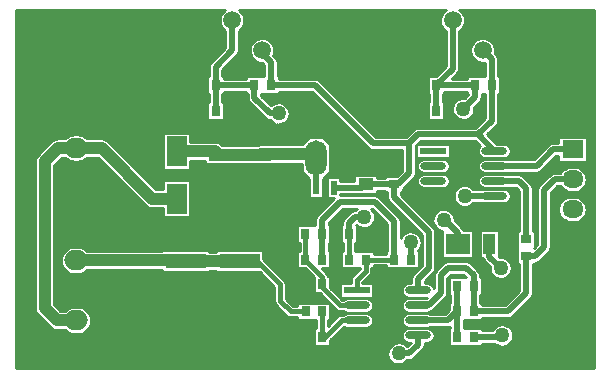
<source format=gtl>
%FSLAX25Y25*%
%MOIN*%
G70*
G01*
G75*
%ADD10C,0.01000*%
%ADD11R,0.06693X0.03937*%
%ADD12O,0.08661X0.02362*%
%ADD13R,0.13465X0.04921*%
%ADD14R,0.08661X0.02362*%
%ADD15R,0.01969X0.07087*%
%ADD16O,0.07087X0.11811*%
%ADD17R,0.01969X0.04724*%
%ADD18R,0.06693X0.09843*%
%ADD19R,0.08000X0.06693*%
%ADD20R,0.03937X0.06693*%
%ADD21R,0.05118X0.03937*%
%ADD22R,0.03150X0.03543*%
%ADD23R,0.03543X0.03150*%
%ADD24C,0.04000*%
%ADD25C,0.02000*%
%ADD26C,0.01500*%
%ADD27O,0.07874X0.06693*%
%ADD28C,0.05906*%
%ADD29O,0.07087X0.05906*%
%ADD30R,0.07087X0.05906*%
%ADD31C,0.05000*%
D10*
X932075Y767618D02*
X932737Y767110D01*
X933509Y766790D01*
X934337Y766681D01*
X927137Y773881D02*
X927247Y773052D01*
X927567Y772279D01*
X928077Y771616D01*
X927137Y773881D02*
X927246Y773053D01*
X927566Y772281D01*
X928074Y771618D01*
X932072Y767621D02*
X932735Y767111D01*
X933508Y766790D01*
X934337Y766681D01*
X937017D02*
X937708Y766110D01*
X938497Y765685D01*
X939355Y765423D01*
X940247Y765335D01*
X941428D02*
X942439Y765449D01*
X943400Y765785D01*
X944263Y766327D01*
X944982Y767046D01*
X945524Y767908D01*
X945860Y768869D01*
X945974Y769881D01*
X945860Y770893D01*
X945524Y771854D01*
X944982Y772716D01*
X944263Y773436D01*
X943400Y773977D01*
X942439Y774314D01*
X941428Y774428D01*
X940247D02*
X939355Y774339D01*
X938497Y774078D01*
X937708Y773653D01*
X937017Y773081D01*
X941428Y785335D02*
X942320Y785423D01*
X943177Y785685D01*
X943967Y786110D01*
X944657Y786681D01*
X1006887Y776381D02*
X1007036Y775635D01*
X1007458Y775002D01*
X1006887Y776381D02*
X1007036Y775635D01*
X1007458Y775002D01*
X940247Y794428D02*
X939235Y794314D01*
X938274Y793977D01*
X937412Y793436D01*
X936692Y792716D01*
X936150Y791854D01*
X935814Y790893D01*
X935700Y789881D01*
X935814Y788869D01*
X936150Y787909D01*
X936692Y787046D01*
X937412Y786327D01*
X938274Y785785D01*
X939235Y785449D01*
X940247Y785335D01*
X944657Y793081D02*
X943967Y793653D01*
X943177Y794077D01*
X942320Y794339D01*
X941428Y794428D01*
X1010958Y771502D02*
X1011591Y771079D01*
X1012337Y770931D01*
X1010958Y771502D02*
X1011591Y771079D01*
X1012337Y770931D01*
X1010787Y781881D02*
X1010639Y782627D01*
X1010216Y783260D01*
X1010787Y781881D02*
X1010639Y782627D01*
X1010216Y783260D01*
X1029337Y771831D02*
X1028591Y771683D01*
X1027958Y771260D01*
X1029337Y771831D02*
X1028591Y771683D01*
X1027958Y771260D01*
X1030020Y767806D02*
X1031188Y767500D01*
X1037487D02*
X1038398Y767681D01*
X1039171Y768197D01*
X1039687Y768970D01*
X1039868Y769881D01*
X1039687Y770792D01*
X1039171Y771565D01*
X1038398Y772081D01*
X1037487Y772262D01*
X1027458Y773502D02*
X1028091Y773079D01*
X1028837Y772931D01*
X1027458Y773502D02*
X1028091Y773079D01*
X1028837Y772931D01*
X1031188Y772262D02*
X1029821Y771831D01*
Y772931D02*
X1031188Y772500D01*
Y777262D02*
X1029821Y776831D01*
X1037487Y772500D02*
X1038398Y772681D01*
X1039171Y773197D01*
X1039687Y773970D01*
X1039868Y774881D01*
X1039687Y775792D01*
X1039171Y776565D01*
X1038398Y777081D01*
X1037487Y777262D01*
X1024738Y784853D02*
X1024228Y785748D01*
X1024738Y784853D02*
X1024228Y785748D01*
X1021282Y804937D02*
X1020805Y804223D01*
X1020637Y803381D01*
X1021286Y804941D02*
X1020806Y804226D01*
X1020637Y803381D01*
X1032958Y784760D02*
X1032536Y784127D01*
X1032387Y783381D01*
X1032958Y784760D02*
X1032536Y784127D01*
X1032387Y783381D01*
X1030282Y803937D02*
X1029805Y803223D01*
X1029637Y802381D01*
X1030286Y803941D02*
X1029806Y803226D01*
X1029637Y802381D01*
X1034277Y801710D02*
X1034612Y801425D01*
X1035505Y800929D01*
X1036500Y800696D01*
X1037521Y800745D01*
X1038489Y801070D01*
X1039332Y801648D01*
X1039984Y802435D01*
X1040396Y803369D01*
X1040537Y804381D01*
X928074Y825144D02*
X927566Y824481D01*
X927246Y823709D01*
X927137Y822881D01*
X928077Y825147D02*
X927567Y824483D01*
X927247Y823711D01*
X927137Y822881D01*
X934837Y830581D02*
X934008Y830472D01*
X933235Y830151D01*
X932572Y829641D01*
X934837Y830581D02*
X934009Y830472D01*
X933237Y830152D01*
X932574Y829644D01*
X937017Y824181D02*
X937708Y823610D01*
X938497Y823185D01*
X939355Y822923D01*
X940247Y822835D01*
Y831928D02*
X939355Y831839D01*
X938497Y831577D01*
X937708Y831153D01*
X937017Y830581D01*
X941428Y822835D02*
X942320Y822923D01*
X943177Y823185D01*
X943967Y823610D01*
X944657Y824181D01*
Y830581D02*
X943967Y831153D01*
X943177Y831577D01*
X942320Y831839D01*
X941428Y831928D01*
X963946Y808247D02*
X964609Y807737D01*
X965382Y807417D01*
X966211Y807307D01*
X963949Y808244D02*
X964611Y807736D01*
X965383Y807416D01*
X966211Y807307D01*
X987889Y822012D02*
X988337Y821980D01*
X987889Y822012D02*
X988337Y821980D01*
X951600Y829644D02*
X950937Y830152D01*
X950165Y830472D01*
X949337Y830581D01*
X951603Y829641D02*
X950939Y830151D01*
X950167Y830472D01*
X949337Y830581D01*
X989525Y828518D02*
X988863Y829026D01*
X988091Y829346D01*
X987263Y829455D01*
X989528Y828515D02*
X988865Y829025D01*
X988092Y829346D01*
X987263Y829455D01*
X998125Y843893D02*
X998293Y843051D01*
X998770Y842337D01*
X998125Y843893D02*
X998294Y843048D01*
X998774Y842333D01*
X985793Y855949D02*
X985317Y855235D01*
X985149Y854393D01*
X985797Y855952D02*
X985318Y855237D01*
X985149Y854393D01*
X990602Y873381D02*
X989800Y872714D01*
X989190Y871867D01*
X988810Y870896D01*
X988685Y869860D01*
X988821Y868826D01*
X989210Y867858D01*
X989829Y867018D01*
X990637Y866359D01*
X994389Y858322D02*
X994869Y859037D01*
X995037Y859881D01*
X994393Y858325D02*
X994870Y859039D01*
X995037Y859881D01*
Y866359D02*
X995849Y867022D01*
X996469Y867867D01*
X996858Y868841D01*
X996990Y869881D01*
X996860Y870911D01*
X996479Y871877D01*
X995870Y872717D01*
X995072Y873381D01*
X1002337Y821980D02*
X1002785Y822012D01*
X1002337Y821980D02*
X1002785Y822012D01*
X1002538Y828581D02*
X1001422Y828380D01*
X1002538Y828581D02*
X1001422Y828380D01*
X1003778Y837329D02*
X1004493Y836850D01*
X1005337Y836681D01*
X1003782Y837325D02*
X1004495Y836849D01*
X1005337Y836681D01*
X1005362D02*
X1006081Y835948D01*
X1006974Y835441D01*
X1007971Y835199D01*
X1008997Y835240D01*
X1009972Y835562D01*
X1010821Y836139D01*
X1011479Y836926D01*
X1011895Y837865D01*
X1012037Y838881D01*
X1024559Y814451D02*
Y813925D01*
X1033837Y806581D02*
X1032993Y806413D01*
X1032278Y805933D01*
X1033837Y806581D02*
X1032995Y806414D01*
X1032282Y805937D01*
X1034419Y807181D02*
X1033862Y806581D01*
X1036294Y811988D02*
X1036863Y812063D01*
X1036294Y811988D02*
X1036863Y812063D01*
X1012037Y838881D02*
X1011913Y839830D01*
X1011550Y840716D01*
X1010972Y841479D01*
X1010217Y842068D01*
X1009337Y842443D01*
X1008390Y842581D01*
X1007439Y842470D01*
X1006548Y842120D01*
X1005777Y841552D01*
X1006990Y859881D02*
X1006875Y860853D01*
X1006536Y861770D01*
X1005991Y862583D01*
X1005272Y863246D01*
X1004417Y863722D01*
X1003475Y863985D01*
X1002497Y864020D01*
X1001538Y863826D01*
X1000652Y863412D01*
X999886Y862803D01*
X999285Y862031D01*
X998880Y861141D01*
X998695Y860180D01*
X998740Y859203D01*
X999013Y858263D01*
X999497Y857413D01*
X1000167Y856701D01*
X1000985Y856164D01*
X1001906Y855834D01*
X1002879Y855729D01*
X1008037Y855881D02*
X1007869Y856726D01*
X1007389Y857441D01*
X1006633Y858197D02*
X1006900Y859020D01*
X1006990Y859881D01*
X1008037Y855881D02*
X1007870Y856723D01*
X1007393Y857437D01*
X1021998Y849831D02*
X1021285Y850308D01*
X1020443Y850476D01*
X1022002Y849827D02*
X1021287Y850307D01*
X1020443Y850476D01*
X1051141Y761296D02*
X1050382Y761965D01*
X1049471Y762403D01*
X1048475Y762578D01*
X1047469Y762478D01*
X1046527Y762108D01*
X1045721Y761497D01*
X1045110Y760691D01*
X1044741Y759750D01*
X1044640Y758744D01*
X1044815Y757748D01*
X1045254Y756836D01*
X1045922Y756078D01*
X1046772Y755529D01*
X1047738Y755230D01*
X1048749Y755204D01*
X1049729Y755453D01*
X1050605Y755958D01*
X1051312Y756681D01*
X1051660Y767262D02*
X1050627Y767026D01*
X1049798Y766366D01*
X1049339Y765411D01*
Y764351D01*
X1049798Y763397D01*
X1050627Y762736D01*
X1051660Y762500D01*
X1051837Y756681D02*
X1052679Y756849D01*
X1053393Y757326D01*
X1051837Y756681D02*
X1052682Y756850D01*
X1053397Y757329D01*
X1056361Y760294D02*
X1056841Y761009D01*
X1057010Y761854D01*
X1056365Y760298D02*
X1056842Y761012D01*
X1057010Y761854D01*
X1051660Y772262D02*
X1050627Y772026D01*
X1049798Y771366D01*
X1049339Y770411D01*
Y769351D01*
X1049798Y768397D01*
X1050627Y767736D01*
X1051660Y767500D01*
Y777262D02*
X1050627Y777026D01*
X1049798Y776366D01*
X1049339Y775411D01*
Y774351D01*
X1049798Y773396D01*
X1050627Y772736D01*
X1051660Y772500D01*
Y782262D02*
X1050627Y782026D01*
X1049798Y781366D01*
X1049339Y780411D01*
Y779351D01*
X1049798Y778397D01*
X1050627Y777736D01*
X1051660Y777500D01*
X1057959Y762500D02*
X1058871Y762681D01*
X1059643Y763197D01*
X1060159Y763970D01*
X1060340Y764881D01*
X1060159Y765792D01*
X1059643Y766565D01*
X1058871Y767081D01*
X1057959Y767262D01*
Y767500D02*
X1058870Y767681D01*
Y772081D02*
X1057959Y772262D01*
X1064826Y767681D02*
X1065625Y767832D01*
X1064826Y767681D02*
X1065625Y767832D01*
X1057959Y772500D02*
X1059246Y772878D01*
X1059897Y773329D01*
X1059246Y772878D02*
X1059893Y773325D01*
X1063889Y777322D02*
X1064369Y778037D01*
X1064537Y778881D01*
X1063893Y777325D02*
X1064370Y778039D01*
X1064537Y778881D01*
X1060137Y780843D02*
X1059617Y781591D01*
X1058853Y782088D01*
X1057959Y782262D01*
X1038716Y785002D02*
X1039139Y785635D01*
X1039287Y786381D01*
X1038716Y785002D02*
X1039139Y785635D01*
X1039287Y786381D01*
X1053254Y785409D02*
X1052777Y784695D01*
X1052610Y783853D01*
X1053258Y785413D02*
X1052778Y784698D01*
X1052610Y783853D01*
X1040537Y804381D02*
X1040387Y805425D01*
X1039948Y806385D01*
X1039256Y807181D01*
X1056049Y795869D02*
X1055917Y796849D01*
X1055530Y797758D01*
X1054917Y798533D01*
X1054120Y799118D01*
X1053197Y799471D01*
X1052213Y799567D01*
X1051239Y799399D01*
X1050344Y798979D01*
X1049592Y798337D01*
X1049037Y797519D01*
Y802881D02*
X1048869Y803726D01*
X1048389Y804441D01*
X1049037Y802881D02*
X1048870Y803723D01*
X1048393Y804437D01*
X1060782Y786437D02*
X1060305Y785723D01*
X1060137Y784881D01*
X1060786Y786441D02*
X1060306Y785726D01*
X1060137Y784881D01*
X1059889Y785822D02*
X1060369Y786537D01*
X1060537Y787381D01*
X1059893Y785825D02*
X1060370Y786539D01*
X1060537Y787381D01*
X1064837Y789581D02*
X1063993Y789413D01*
X1063278Y788933D01*
X1064837Y789581D02*
X1063995Y789414D01*
X1063282Y788937D01*
X1054861Y793153D02*
X1055504Y793936D01*
X1055910Y794865D01*
X1056049Y795869D01*
X1060537Y799381D02*
X1060369Y800226D01*
X1059889Y800941D01*
X1060537Y799381D02*
X1060370Y800223D01*
X1059893Y800937D01*
X1067037Y803381D02*
X1066904Y804365D01*
X1066514Y805279D01*
X1065895Y806055D01*
X1065091Y806639D01*
X1064161Y806988D01*
X1063172Y807077D01*
X1062195Y806900D01*
X1061300Y806470D01*
X1060552Y805816D01*
X1060004Y804988D01*
X1059697Y804043D01*
X1059652Y803051D01*
X1059873Y802083D01*
X1060343Y801208D01*
X1061029Y800490D01*
X1061881Y799980D01*
X1062838Y799715D01*
X1075537Y784881D02*
X1075369Y785726D01*
X1074889Y786441D01*
X1075537Y784881D02*
X1075370Y785723D01*
X1074893Y786437D01*
X1078678Y787929D02*
X1078666Y786918D01*
X1078929Y785941D01*
X1079446Y785072D01*
X1080179Y784376D01*
X1081074Y783904D01*
X1082063Y783691D01*
X1083072Y783755D01*
X1084026Y784089D01*
X1084855Y784669D01*
X1085495Y785452D01*
X1085899Y786379D01*
X1086037Y787381D01*
X1080307Y762181D02*
X1081081Y761625D01*
X1081970Y761284D01*
X1082917Y761182D01*
X1083859Y761325D01*
X1084733Y761704D01*
X1085482Y762293D01*
X1086055Y763054D01*
X1086415Y763936D01*
X1086537Y764881D01*
X1080307Y762181D02*
X1081081Y761625D01*
X1081970Y761284D01*
X1082917Y761182D01*
X1083859Y761325D01*
X1084733Y761704D01*
X1085482Y762293D01*
X1086055Y763054D01*
X1086415Y763936D01*
X1086537Y764881D01*
X1086407Y765855D01*
X1086024Y766761D01*
X1085417Y767533D01*
X1084628Y768119D01*
X1083712Y768476D01*
X1082735Y768580D01*
X1081765Y768422D01*
X1080870Y768015D01*
X1080114Y767386D01*
X1079551Y766581D01*
X1086537Y764881D02*
X1086407Y765855D01*
X1086024Y766761D01*
X1085417Y767533D01*
X1084628Y768119D01*
X1083712Y768476D01*
X1082735Y768580D01*
X1081765Y768422D01*
X1080870Y768015D01*
X1080114Y767386D01*
X1079551Y766581D01*
X1084837Y770681D02*
X1085679Y770849D01*
X1086393Y771325D01*
X1084837Y770681D02*
X1085682Y770850D01*
X1086397Y771329D01*
X1092389Y777322D02*
X1092869Y778037D01*
X1093037Y778881D01*
X1092393Y777325D02*
X1092870Y778039D01*
X1093037Y778881D01*
X1072393Y788937D02*
X1071679Y789414D01*
X1070837Y789581D01*
X1072397Y788933D02*
X1071682Y789413D01*
X1070837Y789581D01*
X1076450Y790835D02*
X1077081Y789526D01*
X1076450Y790835D02*
X1077085Y789522D01*
X1086037Y787381D02*
X1085887Y788424D01*
X1085449Y789383D01*
X1084758Y790179D01*
X1083871Y790748D01*
X1082859Y791044D01*
X1081805Y791043D01*
X1070107Y799928D02*
X1069590Y800740D01*
X1070107Y799928D02*
X1069594Y800736D01*
X1093826Y789169D02*
X1094667Y789337D01*
X1095381Y789814D01*
X1093826Y789169D02*
X1094670Y789338D01*
X1095385Y789818D01*
X1098389Y792822D02*
X1098869Y793537D01*
X1099037Y794381D01*
X1098393Y792826D02*
X1098870Y793539D01*
X1099037Y794381D01*
X1105747Y811034D02*
X1104753Y810913D01*
X1103817Y810558D01*
X1102993Y809989D01*
X1102329Y809240D01*
X1101864Y808354D01*
X1101624Y807382D01*
Y806381D01*
X1101864Y805408D01*
X1102329Y804522D01*
X1102993Y803773D01*
X1103817Y803204D01*
X1104753Y802849D01*
X1105747Y802728D01*
X1106928D02*
X1107852Y802833D01*
X1108730Y803140D01*
X1109517Y803634D01*
X1110175Y804292D01*
X1110669Y805079D01*
X1110977Y805957D01*
X1111081Y806881D01*
X1041893Y810937D02*
X1041179Y811414D01*
X1040337Y811581D01*
X1044637Y810881D02*
X1044805Y810039D01*
X1045282Y809326D01*
X1041897Y810933D02*
X1041182Y811413D01*
X1040337Y811581D01*
X1044637Y810881D02*
X1044806Y810037D01*
X1045286Y809322D01*
X1038278Y827329D02*
X1038993Y826850D01*
X1039837Y826681D01*
X1038282Y827326D02*
X1038995Y826849D01*
X1039837Y826681D01*
X1056688Y818762D02*
X1055655Y818526D01*
X1054826Y817866D01*
X1054366Y816911D01*
Y815851D01*
X1054826Y814896D01*
X1055655Y814236D01*
X1056688Y814000D01*
X1053389Y817322D02*
X1053869Y818037D01*
X1054037Y818881D01*
X1053393Y817325D02*
X1053870Y818039D01*
X1054037Y818881D01*
X1073312Y813581D02*
X1072636Y814280D01*
X1071801Y814779D01*
X1070865Y815043D01*
X1069892Y815054D01*
X1068950Y814811D01*
X1068104Y814331D01*
X1067412Y813647D01*
X1066923Y812807D01*
X1066669Y811868D01*
Y810895D01*
X1066923Y809956D01*
X1067412Y809115D01*
X1068104Y808431D01*
X1068950Y807951D01*
X1069892Y807708D01*
X1070865Y807719D01*
X1071801Y807983D01*
X1072636Y808482D01*
X1073312Y809181D01*
X1062987Y814000D02*
X1063898Y814181D01*
X1064671Y814697D01*
X1065187Y815470D01*
X1065368Y816381D01*
X1065187Y817292D01*
X1064671Y818065D01*
X1063898Y818581D01*
X1062987Y818762D01*
X1056688Y823762D02*
X1055655Y823526D01*
X1054826Y822866D01*
X1054366Y821911D01*
Y820851D01*
X1054826Y819897D01*
X1055655Y819236D01*
X1056688Y819000D01*
X1062987D02*
X1063898Y819181D01*
X1064671Y819697D01*
X1065187Y820470D01*
X1065368Y821381D01*
X1065187Y822292D01*
X1064671Y823065D01*
X1063898Y823581D01*
X1062987Y823762D01*
X1054837Y834081D02*
X1053993Y833913D01*
X1053278Y833433D01*
X1054837Y834081D02*
X1053995Y833914D01*
X1053282Y833437D01*
X1064102Y873381D02*
X1063301Y872714D01*
X1062690Y871867D01*
X1062310Y870896D01*
X1062185Y869860D01*
X1062321Y868826D01*
X1062710Y867858D01*
X1063329Y867018D01*
X1064137Y866359D01*
X1073537Y840381D02*
X1073497Y840929D01*
X1070385Y844040D02*
X1069389Y844054D01*
X1068425Y843801D01*
X1067564Y843301D01*
X1066868Y842588D01*
X1066387Y841716D01*
X1066155Y840747D01*
X1066191Y839752D01*
X1066491Y838802D01*
X1067034Y837966D01*
X1067780Y837306D01*
X1068675Y836868D01*
X1069654Y836686D01*
X1070647Y836771D01*
X1071581Y837117D01*
X1072388Y837701D01*
X1073011Y838478D01*
X1073403Y839394D01*
X1073537Y840381D01*
X1075377Y842810D02*
X1075857Y843525D01*
X1076025Y844369D01*
X1075381Y842814D02*
X1075858Y843527D01*
X1076025Y844369D01*
X1067889Y852216D02*
X1068369Y852931D01*
X1068537Y853776D01*
X1067893Y852220D02*
X1068370Y852934D01*
X1068537Y853776D01*
Y866359D02*
X1069349Y867022D01*
X1069969Y867867D01*
X1070358Y868841D01*
X1070490Y869881D01*
X1070360Y870911D01*
X1069979Y871877D01*
X1069370Y872717D01*
X1068572Y873381D01*
X1076249Y809181D02*
X1077160Y809000D01*
Y813762D02*
X1076249Y813581D01*
X1083459Y809000D02*
X1084371Y809181D01*
X1085143Y809697D01*
X1085659Y810470D01*
X1085840Y811381D01*
X1077160Y818762D02*
X1076127Y818526D01*
X1075299Y817866D01*
X1074839Y816911D01*
Y815851D01*
X1075299Y814896D01*
X1076127Y814236D01*
X1077160Y814000D01*
X1085840Y811381D02*
X1085659Y812292D01*
X1085143Y813065D01*
X1084371Y813581D01*
X1083459Y813762D01*
Y814000D02*
X1084370Y814181D01*
X1093037Y813881D02*
X1092869Y814726D01*
X1092389Y815441D01*
X1093037Y813881D02*
X1092870Y814723D01*
X1092393Y815437D01*
X1095282Y814937D02*
X1094805Y814223D01*
X1094637Y813381D01*
X1095286Y814941D02*
X1094806Y814226D01*
X1094637Y813381D01*
X1084370Y818581D02*
X1083459Y818762D01*
Y819000D02*
X1084370Y819181D01*
X1089893Y817937D02*
X1089179Y818414D01*
X1088337Y818581D01*
X1077160Y823762D02*
X1076127Y823526D01*
X1075299Y822866D01*
X1074839Y821911D01*
Y820851D01*
X1075299Y819897D01*
X1076127Y819236D01*
X1077160Y819000D01*
X1084370Y823581D02*
X1083459Y823762D01*
X1089897Y817933D02*
X1089182Y818413D01*
X1088337Y818581D01*
X1094337Y819181D02*
X1095179Y819349D01*
X1095893Y819825D01*
X1094337Y819181D02*
X1095182Y819350D01*
X1095897Y819829D01*
X1102225Y814681D02*
X1102888Y813869D01*
X1103733Y813249D01*
X1104707Y812861D01*
X1105747Y812728D01*
X1111081Y806881D02*
X1110977Y807805D01*
X1110669Y808683D01*
X1110175Y809470D01*
X1109517Y810128D01*
X1108730Y810623D01*
X1107852Y810930D01*
X1106928Y811034D01*
Y812728D02*
X1107852Y812833D01*
X1108730Y813140D01*
X1109517Y813634D01*
X1110175Y814292D01*
X1110669Y815079D01*
X1110977Y815957D01*
X1111081Y816881D01*
X1100337Y819081D02*
X1099493Y818913D01*
X1098778Y818433D01*
X1100337Y819081D02*
X1099495Y818914D01*
X1098782Y818437D01*
X1105747Y821034D02*
X1104707Y820901D01*
X1103733Y820513D01*
X1102888Y819893D01*
X1102225Y819081D01*
X1111081Y816881D02*
X1110977Y817805D01*
X1110669Y818683D01*
X1110175Y819470D01*
X1109517Y820128D01*
X1108730Y820623D01*
X1107852Y820930D01*
X1106928Y821034D01*
X1075496Y828084D02*
X1074969Y827313D01*
X1074779Y826399D01*
X1074955Y825482D01*
X1075470Y824704D01*
X1076245Y824183D01*
X1077160Y824000D01*
X1080889Y834849D02*
X1081369Y835564D01*
X1081537Y836409D01*
X1080893Y834853D02*
X1081370Y835567D01*
X1081537Y836409D01*
X1080490Y859881D02*
X1080366Y860890D01*
X1080000Y861838D01*
X1079415Y862669D01*
X1078646Y863333D01*
X1077739Y863790D01*
X1076747Y864014D01*
X1075731Y863990D01*
X1074752Y863719D01*
X1073867Y863219D01*
X1073130Y862520D01*
X1072586Y861662D01*
X1072266Y860697D01*
X1072189Y859684D01*
X1072361Y858683D01*
X1072771Y857753D01*
X1073395Y856950D01*
X1074195Y856324D01*
X1075123Y855910D01*
X1076124Y855734D01*
X1077137Y855806D01*
X1081537Y856881D02*
X1081369Y857726D01*
X1080889Y858441D01*
X1080383Y858946D02*
X1080490Y859881D01*
X1081537Y856881D02*
X1081370Y857723D01*
X1080893Y858437D01*
X1083459Y824000D02*
X1084371Y824181D01*
X1085143Y824697D01*
X1085659Y825470D01*
X1085840Y826381D01*
X1085659Y827292D01*
X1085143Y828065D01*
X1084371Y828581D01*
X1083459Y828762D01*
X1099837Y829081D02*
X1098993Y828913D01*
X1098278Y828433D01*
X1099837Y829081D02*
X1098995Y828914D01*
X1098282Y828437D01*
X930537Y753881D02*
Y769156D01*
X920837Y767481D02*
X932221D01*
X920837Y769281D02*
X930412D01*
X920837Y768381D02*
X931312D01*
X931437Y753881D02*
Y768256D01*
X932337Y753881D02*
Y767383D01*
X933237Y753881D02*
Y766876D01*
X934137Y753881D02*
Y766687D01*
X920837Y771081D02*
X928612D01*
X920837Y770181D02*
X929512D01*
X920837Y772881D02*
X927297D01*
X920837Y771981D02*
X927762D01*
X927837Y753881D02*
Y771884D01*
X928737Y753881D02*
Y770956D01*
X929637Y753881D02*
Y770056D01*
X928077Y771616D02*
X932072Y767621D01*
X935037Y753881D02*
Y766681D01*
X937737Y753881D02*
Y766090D01*
X920837Y765681D02*
X938506D01*
X938637Y753881D02*
Y765629D01*
X939537Y753881D02*
Y765390D01*
X940437Y753881D02*
Y765335D01*
X941337Y753881D02*
Y765335D01*
X940247D02*
X941428D01*
X942237Y753881D02*
Y765407D01*
X920837Y766581D02*
X937119D01*
X933537Y775207D02*
X935663Y773081D01*
X934337Y766681D02*
X937017D01*
X935663Y773081D02*
X937017D01*
X935937Y753881D02*
Y766681D01*
X936837Y753881D02*
Y766681D01*
X920837Y773781D02*
X927139D01*
X920837Y774681D02*
X927137D01*
X920837Y775581D02*
X927137D01*
X920837Y776481D02*
X927137D01*
X920837Y777381D02*
X927137D01*
X934963Y773781D02*
X937910D01*
X920837Y778281D02*
X927137D01*
X920837Y779181D02*
X927137D01*
X920837Y780081D02*
X927137D01*
X920837Y780981D02*
X927137D01*
X920837Y781881D02*
X927137D01*
X920837Y782781D02*
X927137D01*
X920837Y783681D02*
X927137D01*
X920837Y784581D02*
X927137D01*
X937737Y773672D02*
Y786090D01*
X938637Y774133D02*
Y785629D01*
X920837Y785481D02*
X927137D01*
X920837Y786381D02*
X927137D01*
X933537D02*
X937345D01*
X933537Y776481D02*
X1006887D01*
X933537Y775581D02*
X1007059D01*
X933537Y777381D02*
X1006887D01*
X933537Y778281D02*
X1006887D01*
X933537Y779181D02*
X1006887D01*
X934063Y774681D02*
X1007780D01*
X940247Y774428D02*
X941428D01*
X933537Y780081D02*
X1006887D01*
X933537Y780981D02*
X1006887D01*
X933537Y782781D02*
X1005180D01*
X933537Y781881D02*
X1006080D01*
X933537Y785481D02*
X939102D01*
X933537Y783681D02*
X1004280D01*
X933537Y784581D02*
X1003380D01*
X939537Y774372D02*
Y785390D01*
X940437Y774428D02*
Y785335D01*
X941337Y774428D02*
Y785335D01*
X940247D02*
X941428D01*
X943137Y753881D02*
Y765668D01*
X944037Y753881D02*
Y766158D01*
X944937Y753881D02*
Y766991D01*
X945837Y753881D02*
Y768773D01*
X946737Y753881D02*
Y786681D01*
X970137Y753881D02*
Y785925D01*
X971037Y753881D02*
Y785925D01*
X971937Y753881D02*
Y785925D01*
X972837Y753881D02*
Y785925D01*
X947637Y753881D02*
Y786681D01*
X948537Y753881D02*
Y786681D01*
X949437Y753881D02*
Y786681D01*
X950337Y753881D02*
Y786681D01*
X951237Y753881D02*
Y786681D01*
X952137Y753881D02*
Y786681D01*
X953037Y753881D02*
Y786681D01*
X953937Y753881D02*
Y786681D01*
X954837Y753881D02*
Y786681D01*
X955737Y753881D02*
Y786681D01*
X973737Y753881D02*
Y785925D01*
X974637Y753881D02*
Y785925D01*
X975537Y753881D02*
Y785925D01*
X976437Y753881D02*
Y785925D01*
X977337Y753881D02*
Y785925D01*
X978237Y753881D02*
Y785925D01*
X979137Y753881D02*
Y785925D01*
X980037Y753881D02*
Y785925D01*
X980937Y753881D02*
Y785925D01*
X981837Y753881D02*
Y785925D01*
X982737Y753881D02*
Y785925D01*
X983637Y753881D02*
Y785925D01*
X984537Y753881D02*
Y785925D01*
X985437Y753881D02*
Y786386D01*
X986337Y753881D02*
Y786386D01*
X987237Y753881D02*
Y786386D01*
X988137Y753881D02*
Y785925D01*
X989037Y753881D02*
Y785925D01*
X989937Y753881D02*
Y785925D01*
X990837Y753881D02*
Y785925D01*
X942237Y774355D02*
Y785407D01*
X944037Y773604D02*
Y786158D01*
X943137Y774094D02*
Y785668D01*
X969405Y785925D02*
X985270D01*
X991737Y753881D02*
Y785925D01*
X992637Y753881D02*
Y785925D01*
X993537Y753881D02*
Y785925D01*
X994437Y753881D02*
Y785925D01*
X995337Y753881D02*
Y785925D01*
X944937Y772772D02*
Y786681D01*
X945837Y770989D02*
Y786681D01*
X944330Y786381D02*
X969405D01*
X985270Y785925D02*
Y786386D01*
X987405D01*
X996237Y753881D02*
Y785925D01*
X997137Y753881D02*
Y785925D01*
X987405D02*
Y786386D01*
X998037Y753881D02*
Y785925D01*
X985270Y786381D02*
X987405D01*
X1005237Y753881D02*
Y782723D01*
X1006137Y753881D02*
Y781823D01*
X944844Y772881D02*
X1009580D01*
X943765Y773781D02*
X1008680D01*
X1007037Y753881D02*
Y775631D01*
X1007937Y753881D02*
Y774523D01*
X1006887Y776381D02*
Y781073D01*
X1008837Y753881D02*
Y773623D01*
X998937Y753881D02*
Y785925D01*
X999837Y753881D02*
Y785925D01*
X1000737Y753881D02*
Y785925D01*
X942572Y785481D02*
X1002480D01*
X987405Y785925D02*
X1002036D01*
X1001637Y753881D02*
Y785925D01*
X1002537Y753881D02*
Y785423D01*
X1003437Y753881D02*
Y784523D01*
X1004337Y753881D02*
Y783623D01*
X1002036Y785925D02*
X1006887Y781073D01*
X920837Y787281D02*
X927137D01*
X920837Y788181D02*
X927137D01*
X920837Y789081D02*
X927137D01*
X920837Y789981D02*
X927137D01*
X933537Y775207D02*
Y821556D01*
X934137Y774607D02*
Y822156D01*
X920837Y790881D02*
X927137D01*
X920837Y791781D02*
X927137D01*
X920837Y792681D02*
X927137D01*
X920837Y753881D02*
Y873381D01*
X921537Y753881D02*
Y873381D01*
X922437Y753881D02*
Y873381D01*
X923337Y753881D02*
Y873381D01*
X924237Y753881D02*
Y873381D01*
X925137Y753881D02*
Y873381D01*
X926037Y753881D02*
Y873381D01*
X926937Y753881D02*
Y873381D01*
X927137Y773881D02*
Y822881D01*
X935037Y773707D02*
Y823056D01*
X935937Y773081D02*
Y788432D01*
X933537Y787281D02*
X936517D01*
X933537Y789081D02*
X935771D01*
X933537Y788181D02*
X936030D01*
X956637Y753881D02*
Y786681D01*
X957537Y753881D02*
Y786681D01*
X936837Y773081D02*
Y786873D01*
X958437Y753881D02*
Y786681D01*
X944657D02*
X969405D01*
X933537Y789981D02*
X935701D01*
X933537Y790881D02*
X935812D01*
X933537Y791781D02*
X936116D01*
X933537Y792681D02*
X936665D01*
X935937Y791330D02*
Y823956D01*
X936837Y792889D02*
Y824181D01*
X944657Y793081D02*
X969405D01*
X944937D02*
Y824181D01*
X920837Y793581D02*
X927137D01*
X920837Y794481D02*
X927137D01*
X920837Y795381D02*
X927137D01*
X920837Y796281D02*
X927137D01*
X920837Y797181D02*
X927137D01*
X933537Y793581D02*
X937605D01*
X920837Y798081D02*
X927137D01*
X920837Y798981D02*
X927137D01*
X920837Y799881D02*
X927137D01*
X920837Y800781D02*
X927137D01*
X920837Y801681D02*
X927137D01*
X920837Y802581D02*
X927137D01*
X920837Y803481D02*
X927137D01*
X920837Y804381D02*
X927137D01*
X937737Y793672D02*
Y823590D01*
X938637Y794133D02*
Y823129D01*
X920837Y805281D02*
X927137D01*
X939537Y794372D02*
Y822890D01*
X940437Y794428D02*
Y822835D01*
X951237Y793081D02*
Y820956D01*
X952137Y793081D02*
Y820056D01*
X940247Y794428D02*
X941428D01*
X953937Y793081D02*
Y818256D01*
X953037Y793081D02*
Y819156D01*
X954837Y793081D02*
Y817356D01*
X955737Y793081D02*
Y816456D01*
X956637Y793081D02*
Y815556D01*
X958437Y793081D02*
Y813756D01*
X957537Y793081D02*
Y814656D01*
X944037Y793604D02*
Y823658D01*
X945837Y793081D02*
Y824181D01*
X941337Y794428D02*
Y822835D01*
X942237Y794355D02*
Y822907D01*
X943137Y794094D02*
Y823168D01*
X946737Y793081D02*
Y824181D01*
X947637Y793081D02*
Y824181D01*
X948537Y793081D02*
Y823656D01*
X950337Y793081D02*
Y821856D01*
X949437Y793081D02*
Y822756D01*
X959337Y753881D02*
Y786681D01*
X960237Y753881D02*
Y786681D01*
X961137Y753881D02*
Y786681D01*
X962037Y753881D02*
Y786681D01*
X962937Y753881D02*
Y786681D01*
X963837Y753881D02*
Y786681D01*
X964737Y753881D02*
Y786681D01*
X965637Y753881D02*
Y786681D01*
X966537Y753881D02*
Y786681D01*
X959337Y793081D02*
Y812856D01*
X960237Y793081D02*
Y811956D01*
X961137Y793081D02*
Y811056D01*
X962937Y793081D02*
Y809256D01*
X962037Y793081D02*
Y810156D01*
X963837Y793081D02*
Y808356D01*
X967437Y753881D02*
Y786681D01*
X964737Y793081D02*
Y807667D01*
X965637Y793081D02*
Y807359D01*
X966537Y793081D02*
Y807307D01*
X968337Y753881D02*
Y786681D01*
X969237Y753881D02*
Y786681D01*
X967437Y793081D02*
Y807307D01*
X969405Y785925D02*
Y786681D01*
X968337Y793081D02*
Y807307D01*
X985270Y792786D02*
X987405D01*
X1003270Y790206D02*
Y793247D01*
X985270Y792786D02*
Y793247D01*
X969405D02*
X985270D01*
X987405Y792786D02*
Y793247D01*
X1003437Y790039D02*
Y822012D01*
X1004337Y789139D02*
Y822012D01*
X985437Y792786D02*
Y822012D01*
X986337Y792786D02*
Y822012D01*
X987237Y792786D02*
Y822012D01*
X1007937Y785539D02*
Y822181D01*
X1008837Y784639D02*
Y822181D01*
X1005237Y788239D02*
Y822012D01*
X1006137Y787339D02*
Y822012D01*
X1007037Y786439D02*
Y822181D01*
X970137Y793247D02*
Y804386D01*
X971037Y793247D02*
Y804386D01*
X971937Y793247D02*
Y804386D01*
X972837Y793247D02*
Y804386D01*
X973737Y793247D02*
Y804386D01*
X974637Y793247D02*
Y804386D01*
X975537Y793247D02*
Y804386D01*
X976437Y793247D02*
Y804386D01*
X977337Y793247D02*
Y804386D01*
X969237Y793081D02*
Y807307D01*
X978237Y793247D02*
Y804386D01*
X969791D02*
Y807307D01*
Y804386D02*
X978884D01*
Y816628D01*
X979137Y793247D02*
Y823055D01*
X980037Y793247D02*
Y823055D01*
X980937Y793247D02*
Y823055D01*
X981837Y793247D02*
Y823055D01*
X982737Y793247D02*
Y823055D01*
X984537Y793247D02*
Y822012D01*
X987405Y793247D02*
X1003270D01*
X988137D02*
Y821987D01*
X989037Y793247D02*
Y821980D01*
X989937Y793247D02*
Y821980D01*
X990837Y793247D02*
Y821980D01*
X991737Y793247D02*
Y821980D01*
X992637Y793247D02*
Y821980D01*
X993537Y793247D02*
Y821980D01*
X994437Y793247D02*
Y821980D01*
X983637Y793247D02*
Y823055D01*
X995337Y793247D02*
Y821980D01*
X996237Y793247D02*
Y821980D01*
X997137Y793247D02*
Y821980D01*
X998037Y793247D02*
Y821980D01*
X998937Y793247D02*
Y821980D01*
X999837Y793247D02*
Y821980D01*
X1000737Y793247D02*
Y821980D01*
X1001637Y793247D02*
Y821980D01*
X1002537Y793247D02*
Y821987D01*
X920837Y762081D02*
X1020063D01*
X920837Y762981D02*
X1020063D01*
X920837Y763881D02*
X1020063D01*
X920837Y764781D02*
X1020063D01*
X1015137Y753881D02*
Y769909D01*
X1016037Y753881D02*
Y769909D01*
X1020063Y761410D02*
Y767353D01*
X943169Y765681D02*
X1020063D01*
X944555Y766581D02*
X1020063D01*
X1009737Y753881D02*
Y772723D01*
X1010637Y753881D02*
Y771823D01*
X1011537Y753881D02*
Y771103D01*
X1012437Y753881D02*
Y770931D01*
X1013337Y753881D02*
Y770931D01*
X1014237Y753881D02*
Y770931D01*
X1016937Y753881D02*
Y769909D01*
X1017837Y753881D02*
Y769909D01*
X1018737Y753881D02*
Y769909D01*
X1019637Y753881D02*
Y769909D01*
X920837Y753881D02*
X1113337D01*
X920837Y753981D02*
X1113337D01*
X920837Y755781D02*
X1046317D01*
X920837Y754881D02*
X1113337D01*
X920837Y757581D02*
X1044873D01*
X920837Y756681D02*
X1045362D01*
X920837Y758481D02*
X1044659D01*
X920837Y759381D02*
X1044671D01*
X920837Y760281D02*
X1044912D01*
X1020537Y753881D02*
Y761410D01*
X920837Y761181D02*
X1045439D01*
X1020537Y767353D02*
Y769909D01*
X1020063Y761410D02*
X1025612D01*
X1020063Y767353D02*
X1020899D01*
X1021437Y753881D02*
Y761410D01*
X1022337Y753881D02*
Y761410D01*
X1020899Y767353D02*
Y769909D01*
X1023237Y753881D02*
Y761410D01*
X1024137Y753881D02*
Y761410D01*
X945964Y770181D02*
X1014563D01*
X945460Y771981D02*
X1010480D01*
X945813Y771081D02*
X1011587D01*
X1014563Y769909D02*
Y770931D01*
Y769909D02*
X1020074D01*
X1012337Y770931D02*
X1014563D01*
X1013145Y774831D02*
X1014563D01*
X1007458Y775002D02*
X1010958Y771502D01*
X1010787Y777189D02*
X1013145Y774831D01*
X1010787Y779181D02*
X1020074D01*
X1014563Y774831D02*
Y775853D01*
X1012395Y775581D02*
X1014563D01*
X1010787Y777189D02*
Y781881D01*
X1014563Y775853D02*
X1020074D01*
X1010787Y780081D02*
X1020074D01*
X945289Y767481D02*
X1020899D01*
X945720Y768381D02*
X1020899D01*
X945934Y769281D02*
X1020899D01*
X1011495Y776481D02*
X1024480D01*
X1010787Y777381D02*
X1023580D01*
X1024799Y768101D02*
Y769909D01*
Y769281D02*
X1025980D01*
X1020112Y769909D02*
X1020899D01*
X1020112Y775853D02*
X1025108D01*
X1024137D02*
Y776823D01*
X1020074Y778909D02*
X1022051D01*
X1010787Y778281D02*
X1022680D01*
X1010787Y780981D02*
X1020074D01*
X1010787Y781881D02*
X1020074D01*
X1010567Y782781D02*
X1020074D01*
X1020537Y775853D02*
Y778909D01*
X1021437Y775853D02*
Y778909D01*
X1022337Y775853D02*
Y778623D01*
X1023237Y775853D02*
Y777723D01*
X1022051Y778909D02*
X1025108Y775853D01*
X1025037Y753881D02*
Y761410D01*
X1025612D02*
Y763398D01*
X1025037Y768339D02*
Y769909D01*
X1024799D02*
X1025624D01*
X1025937Y753881D02*
Y763723D01*
X1026837Y753881D02*
Y764623D01*
X1027737Y753881D02*
Y765523D01*
X1028637Y753881D02*
Y766423D01*
X1029537Y753881D02*
Y767323D01*
X1025937Y769239D02*
Y775023D01*
X1024799Y768101D02*
X1027958Y771260D01*
X1025624Y769909D02*
Y775337D01*
Y770181D02*
X1026880D01*
X1025624Y771081D02*
X1027780D01*
X1026837Y770139D02*
Y774123D01*
X1027737Y771039D02*
Y773271D01*
X1028637Y771701D02*
Y772941D01*
X1025612Y762081D02*
X1046480D01*
X1025612Y762981D02*
X1050225D01*
X1026995Y764781D02*
X1049281D01*
X1026095Y763881D02*
X1049499D01*
X1027895Y765681D02*
X1049417D01*
X1031337Y753881D02*
Y767500D01*
X1032237Y753881D02*
Y767500D01*
X1033137Y753881D02*
Y767500D01*
X1028795Y766581D02*
X1049993D01*
X1034037Y753881D02*
Y767500D01*
X1025612Y763398D02*
X1030020Y767806D01*
X1030437Y753881D02*
Y767621D01*
X1031188Y767500D02*
X1037487D01*
X1029695Y767481D02*
X1065625D01*
X1034937Y753881D02*
Y767500D01*
X1035837Y753881D02*
Y767500D01*
X1036737Y753881D02*
Y767500D01*
X1025624Y773781D02*
X1027180D01*
X1025624Y771981D02*
X1030065D01*
X1025624Y774681D02*
X1026280D01*
X1025624Y775337D02*
X1027458Y773502D01*
X1029337Y771831D02*
X1029821D01*
X1029537D02*
Y772931D01*
X1028837D02*
X1029821D01*
X1025108Y775853D02*
X1025624Y775337D01*
Y780852D02*
X1028807Y777669D01*
X1026395Y780081D02*
X1028807D01*
X1025624Y780981D02*
X1028807D01*
X1025624Y781881D02*
X1028807D01*
X1028976Y777500D02*
X1029645Y776831D01*
X1029537Y776939D02*
Y777500D01*
X1028807Y777669D02*
Y782262D01*
X1028195Y778281D02*
X1028807D01*
X1027295Y779181D02*
X1028807D01*
X1030437Y772141D02*
Y772621D01*
X1025624Y772881D02*
X1029895D01*
X1031188Y772262D02*
X1037487D01*
X1031188Y772500D02*
X1037487D01*
X1031188Y777262D02*
X1037487D01*
X1030437Y777141D02*
Y777500D01*
X1029095Y777381D02*
X1057726D01*
X1028807Y782262D02*
X1032387D01*
X1028976Y777500D02*
X1039868D01*
X1025624Y782781D02*
X1032387D01*
Y782262D02*
Y783381D01*
X1036287Y782262D02*
X1039868D01*
X1036287D02*
Y782573D01*
X1036495Y782781D02*
X1052610D01*
X1036737Y782262D02*
Y783023D01*
X1003270Y790206D02*
X1010216Y783260D01*
X1004395Y789081D02*
X1014551D01*
X1003495Y789981D02*
X1014551D01*
X1003270Y790881D02*
X1014551D01*
X1015137Y775853D02*
Y787210D01*
X1016037Y775853D02*
Y787210D01*
X1006195Y787281D02*
X1014551D01*
X1016937Y775853D02*
Y787210D01*
X1005295Y788181D02*
X1014551D01*
X1010637Y782631D02*
Y822181D01*
X1011537Y776439D02*
Y822181D01*
X1009737Y783739D02*
Y822181D01*
X1003270Y791781D02*
X1014551D01*
X1003270Y792681D02*
X1014551D01*
X1013337Y774831D02*
Y822181D01*
X1014237Y774831D02*
Y822181D01*
X1012437Y775539D02*
Y822181D01*
X1014551Y787210D02*
Y793153D01*
X1015376D01*
X1018737Y775853D02*
Y785723D01*
X1019637Y775853D02*
Y784823D01*
X1007995Y785481D02*
X1018980D01*
X1009795Y783681D02*
X1020074D01*
X1008895Y784581D02*
X1019880D01*
X1020074Y778909D02*
Y784386D01*
X1024738Y784853D02*
X1025624D01*
X1024451Y785481D02*
X1033680D01*
X1017837Y775853D02*
Y786623D01*
X1017251Y787210D02*
X1020074Y784386D01*
X1014551Y787210D02*
X1017251D01*
X1007095Y786381D02*
X1018080D01*
X1022767Y787210D02*
X1024228Y785748D01*
X1024137Y785839D02*
Y787210D01*
X1025037Y784853D02*
Y787210D01*
X1023237Y786739D02*
Y787210D01*
X1023595Y786381D02*
X1034580D01*
X1022767Y787210D02*
X1025612D01*
X933537Y794481D02*
X1015376D01*
X933537Y795381D02*
X1015376D01*
X933537Y796281D02*
X1014551D01*
X933537Y797181D02*
X1014551D01*
X1015137Y793153D02*
Y795810D01*
X1015376Y793153D02*
Y795810D01*
X933537Y798081D02*
X1014551D01*
X944070Y793581D02*
X1015376D01*
X1014551Y795810D02*
X1015376D01*
X1014551D02*
Y801753D01*
X933537Y798981D02*
X1014551D01*
X933537Y799881D02*
X1014551D01*
X933537Y800781D02*
X1014551D01*
X933537Y801681D02*
X1014551D01*
X1015137Y801753D02*
Y822181D01*
X1016037Y801753D02*
Y822181D01*
X1016937Y801753D02*
Y818454D01*
X1018737Y801753D02*
Y810626D01*
X1017837Y801753D02*
Y817554D01*
X1025037Y793153D02*
X1025612D01*
X1025037Y793581D02*
X1029875D01*
X1014551Y801753D02*
X1020063D01*
X1025037Y794481D02*
X1029875D01*
X1020100Y801753D02*
X1020637D01*
X1025037Y793153D02*
Y795810D01*
Y793153D02*
Y795810D01*
X1025612D01*
X1025037Y795381D02*
X1029875D01*
X1025037Y801753D02*
X1025612D01*
X1019637D02*
Y810626D01*
X1020637Y801753D02*
Y803381D01*
X933537Y802581D02*
X1020637D01*
X933537Y803481D02*
X1020640D01*
X933537Y804381D02*
X1020878D01*
X1020537Y801753D02*
Y810626D01*
X1021437Y805092D02*
Y810626D01*
X1021286Y804941D02*
X1026971Y810626D01*
X1025624Y780852D02*
Y784853D01*
X1025612Y787281D02*
X1029051D01*
X1025612Y788181D02*
X1029051D01*
X1025612Y789081D02*
X1029051D01*
X1029537Y782262D02*
Y787210D01*
X1030437Y782262D02*
Y787210D01*
X1025612Y789981D02*
X1029051D01*
X1025612Y790881D02*
X1029051D01*
X1025612Y791781D02*
X1029051D01*
X1026837Y779639D02*
Y804270D01*
X1027737Y778739D02*
Y805170D01*
X1025612Y787210D02*
Y793153D01*
Y792681D02*
X1029051D01*
X1025937Y780539D02*
Y803370D01*
X1028637Y777839D02*
Y806070D01*
X1029051Y787210D02*
Y793153D01*
X1029537D02*
Y795810D01*
X1029051Y793153D02*
X1029875D01*
Y795810D01*
X1031337Y782262D02*
Y787210D01*
X1032237Y782262D02*
Y787210D01*
X1025624Y783681D02*
X1032411D01*
X1025624Y784581D02*
X1032800D01*
X1036287Y782573D02*
X1038716Y785002D01*
X1033137Y784939D02*
Y787210D01*
X1037395Y783681D02*
X1052610D01*
X1034037Y785839D02*
Y787210D01*
X1029051D02*
X1034562D01*
X1032958Y784760D02*
X1035387Y787189D01*
X1033776Y793153D02*
Y795810D01*
Y793153D02*
X1034562D01*
X1034037D02*
Y795810D01*
X1034937Y786739D02*
Y787210D01*
X1034600D02*
X1035387D01*
X1034937Y793153D02*
Y801206D01*
X1034600Y793153D02*
X1040112D01*
X1035837D02*
Y800819D01*
X1025612Y796281D02*
X1029062D01*
X1025612Y797181D02*
X1029062D01*
X1025612Y798081D02*
X1029062D01*
X1025612Y798981D02*
X1029062D01*
X1025612Y795810D02*
Y801753D01*
X1029062Y795810D02*
X1029875D01*
X1029062D02*
Y801753D01*
X1025612Y799881D02*
X1029062D01*
X1025612Y800781D02*
X1029062D01*
X1025037Y801753D02*
Y802470D01*
Y801753D02*
Y802470D01*
X1025612Y801681D02*
X1029062D01*
X1025148Y802581D02*
X1029646D01*
X1025037Y802470D02*
X1029749Y807181D01*
X1029062Y801753D02*
X1029637D01*
X1029537D02*
Y806970D01*
X1029637Y801753D02*
Y802381D01*
X1026048Y803481D02*
X1029932D01*
X1033776Y793581D02*
X1044637D01*
X1033776Y794481D02*
X1044637D01*
X1033776Y795810D02*
X1034612D01*
X1033776Y795381D02*
X1044637D01*
X1034612Y796281D02*
X1044637D01*
X1034612Y797181D02*
X1044637D01*
X1034612Y798081D02*
X1044637D01*
X1034612Y800781D02*
X1035983D01*
X1034612Y798981D02*
X1044637D01*
X1034612Y799881D02*
X1044637D01*
X1030286Y803941D02*
X1032278Y805933D01*
X1030437Y804092D02*
Y807181D01*
X1026949Y804381D02*
X1030726D01*
X1031337Y804992D02*
Y807181D01*
X1034612Y795810D02*
Y801425D01*
X1036737Y793153D02*
Y800683D01*
X1037692Y800781D02*
X1044637D01*
X920837Y806181D02*
X927137D01*
X920837Y807081D02*
X927137D01*
X920837Y807981D02*
X927137D01*
X920837Y808881D02*
X927137D01*
X920837Y809781D02*
X927137D01*
X920837Y810681D02*
X927137D01*
X920837Y811581D02*
X927137D01*
X920837Y812481D02*
X927137D01*
X920837Y813381D02*
X927137D01*
X920837Y814281D02*
X927137D01*
X920837Y815181D02*
X927137D01*
X920837Y816081D02*
X927137D01*
X920837Y816981D02*
X927137D01*
X920837Y817881D02*
X927137D01*
X920837Y818781D02*
X927137D01*
X920837Y819681D02*
X927137D01*
X920837Y820581D02*
X927137D01*
X920837Y821481D02*
X927137D01*
X933537Y821556D02*
X936163Y824181D01*
X933537Y805281D02*
X969791D01*
X933537Y806181D02*
X969791D01*
X933537Y807981D02*
X964247D01*
X933537Y807081D02*
X969791D01*
X933537Y809781D02*
X962412D01*
X933537Y808881D02*
X963312D01*
X933537Y812481D02*
X959712D01*
X933537Y810681D02*
X961512D01*
X933537Y811581D02*
X960612D01*
X933537Y814281D02*
X957912D01*
X933537Y813381D02*
X958812D01*
X933537Y816981D02*
X955212D01*
X933537Y815181D02*
X957012D01*
X933537Y816081D02*
X956112D01*
X933537Y818781D02*
X953412D01*
X933537Y817881D02*
X954312D01*
X933537Y821481D02*
X950712D01*
X933537Y819681D02*
X952512D01*
X933537Y820581D02*
X951612D01*
X920837Y822381D02*
X927137D01*
X920837Y823281D02*
X927162D01*
X920837Y824181D02*
X927413D01*
X920837Y825081D02*
X928014D01*
X920837Y825981D02*
X928912D01*
X936163Y824181D02*
X937017D01*
X936163D02*
X937017D01*
X920837Y826881D02*
X929812D01*
X920837Y827781D02*
X930712D01*
X920837Y828681D02*
X931612D01*
X920837Y829581D02*
X932512D01*
X920837Y830481D02*
X934044D01*
X928077Y825147D02*
X932572Y829641D01*
X934837Y830581D02*
X937017D01*
X920837Y831381D02*
X938086D01*
X934363Y822381D02*
X949812D01*
X935263Y823281D02*
X938282D01*
X920837Y832281D02*
X969791D01*
X940247Y822835D02*
X941428D01*
X940247Y831928D02*
X941428D01*
X943393Y823281D02*
X948912D01*
X920837Y836781D02*
X984574D01*
X920837Y837681D02*
X984574D01*
X920837Y838581D02*
X984574D01*
X920837Y839481D02*
X984574D01*
X920837Y840381D02*
X984574D01*
X920837Y841281D02*
X984574D01*
X920837Y842181D02*
X984574D01*
X920837Y843081D02*
X985149D01*
X920837Y843981D02*
X985149D01*
X920837Y844881D02*
X985149D01*
X965163Y816081D02*
X969791D01*
X960663Y820581D02*
X969791D01*
X966211Y807307D02*
X969791D01*
X967537Y813707D02*
X969791D01*
Y816628D01*
X966963Y814281D02*
X969791D01*
X966063Y815181D02*
X969791D01*
X948012Y824181D02*
X963946Y808247D01*
X951603Y829641D02*
X967537Y813707D01*
X944657Y824181D02*
X948012D01*
X944657D02*
X948012D01*
X956163Y825081D02*
X969791D01*
Y820134D02*
Y832376D01*
X959763Y821481D02*
X969791D01*
X958863Y822381D02*
X969791D01*
X957963Y823281D02*
X969791D01*
X957063Y824181D02*
X969791D01*
X970137Y816628D02*
Y820134D01*
X969791Y816628D02*
X978884D01*
X971037D02*
Y820134D01*
X971937Y816628D02*
Y820134D01*
X972837Y816628D02*
Y820134D01*
X973737Y816628D02*
Y820134D01*
X974637Y816628D02*
Y820134D01*
X975537Y816628D02*
Y820134D01*
X976437Y816628D02*
Y820134D01*
X977337Y816628D02*
Y820134D01*
X978237Y816628D02*
Y820134D01*
X969791D02*
X978884D01*
X955263Y825981D02*
X969791D01*
X978884Y822381D02*
X983791D01*
X978884Y820134D02*
Y823055D01*
X983791Y822012D02*
Y823055D01*
Y822012D02*
X987889D01*
X978884Y823055D02*
X983791D01*
X944657Y830581D02*
X949337D01*
X950131Y830481D02*
X969791D01*
X954363Y826881D02*
X969791D01*
X953463Y827781D02*
X969791D01*
X952563Y828681D02*
X969791D01*
X978884Y829455D02*
X987263D01*
X951663Y829581D02*
X969791D01*
X943589Y831381D02*
X969791D01*
X978884Y829455D02*
Y832376D01*
X969791D02*
X978884D01*
X984574Y836704D02*
Y842647D01*
X985149D01*
X985437Y829455D02*
Y836704D01*
X986337Y829455D02*
Y836704D01*
X985149Y842647D02*
Y845304D01*
X987237Y829455D02*
Y836704D01*
X984562Y845304D02*
X985149D01*
X988137Y829333D02*
Y836704D01*
X989037Y828918D02*
Y836704D01*
X984574D02*
X990124D01*
X989937Y828380D02*
Y836704D01*
X998937Y828380D02*
Y842170D01*
X990124Y836704D02*
Y842647D01*
Y842181D02*
X998926D01*
X989549Y842647D02*
X990124D01*
X989549D02*
Y845304D01*
Y843081D02*
X998281D01*
X989549Y845304D02*
X990112D01*
X989549Y843981D02*
X998125D01*
X989549Y844881D02*
X998125D01*
X998037Y828380D02*
Y845304D01*
X989937Y842647D02*
Y845304D01*
X998125Y843893D02*
Y845304D01*
X927837Y824879D02*
Y873381D01*
X928737Y825807D02*
Y873381D01*
X929637Y826707D02*
Y873381D01*
X930537Y827607D02*
Y873381D01*
X931437Y828507D02*
Y873381D01*
X932337Y829407D02*
Y873381D01*
X933237Y830152D02*
Y873381D01*
X934137Y830504D02*
Y873381D01*
X935037Y830581D02*
Y873381D01*
X935937Y830581D02*
Y873381D01*
X936837Y830581D02*
Y873381D01*
X944037Y831104D02*
Y873381D01*
X944937Y830581D02*
Y873381D01*
X945837Y830581D02*
Y873381D01*
X946737Y830581D02*
Y873381D01*
X950337Y830421D02*
Y873381D01*
X947637Y830581D02*
Y873381D01*
X948537Y830581D02*
Y873381D01*
X949437Y830580D02*
Y873381D01*
X953937Y827307D02*
Y873381D01*
X954837Y826407D02*
Y873381D01*
X951237Y829956D02*
Y873381D01*
X952137Y829107D02*
Y873381D01*
X953037Y828207D02*
Y873381D01*
X958437Y822807D02*
Y873381D01*
X959337Y821907D02*
Y873381D01*
X955737Y825507D02*
Y873381D01*
X956637Y824607D02*
Y873381D01*
X957537Y823707D02*
Y873381D01*
X962937Y818307D02*
Y873381D01*
X963837Y817407D02*
Y873381D01*
X960237Y821007D02*
Y873381D01*
X961137Y820107D02*
Y873381D01*
X962037Y819207D02*
Y873381D01*
X967437Y813807D02*
Y873381D01*
X968337Y813707D02*
Y873381D01*
X964737Y816507D02*
Y873381D01*
X965637Y815607D02*
Y873381D01*
X966537Y814707D02*
Y873381D01*
X920837Y845781D02*
X984562D01*
X920837Y846681D02*
X984562D01*
X920837Y847581D02*
X984562D01*
X920837Y848481D02*
X984562D01*
X920837Y849381D02*
X984562D01*
X920837Y850281D02*
X984562D01*
X920837Y851181D02*
X984562D01*
X920837Y852081D02*
X985149D01*
X920837Y852981D02*
X985149D01*
X937737Y831172D02*
Y873381D01*
X938637Y831633D02*
Y873381D01*
X920837Y853881D02*
X985149D01*
X920837Y854781D02*
X985184D01*
X920837Y855681D02*
X985566D01*
X939537Y831872D02*
Y873381D01*
X943137Y831594D02*
Y873381D01*
X940437Y831928D02*
Y873381D01*
X941337Y831928D02*
Y873381D01*
X942237Y831855D02*
Y873381D01*
X920837Y856581D02*
X986426D01*
X920837Y857481D02*
X987326D01*
X920837Y858381D02*
X988226D01*
X920837Y859281D02*
X989126D01*
X920837Y860181D02*
X990026D01*
X920837Y861081D02*
X990637D01*
X920837Y861981D02*
X990637D01*
X920837Y862881D02*
X990637D01*
X920837Y863781D02*
X990637D01*
X920837Y864681D02*
X990637D01*
X920837Y866481D02*
X990453D01*
X920837Y865581D02*
X990637D01*
X920837Y869181D02*
X988744D01*
X920837Y867381D02*
X989521D01*
X920837Y868281D02*
X989005D01*
X920837Y870081D02*
X988689D01*
X920837Y870981D02*
X988833D01*
X920837Y871881D02*
X989198D01*
X920837Y872781D02*
X989865D01*
X920837Y873381D02*
X990602D01*
X969237Y813707D02*
Y873381D01*
X970137Y832376D02*
Y873381D01*
X971037Y832376D02*
Y873381D01*
X971937Y832376D02*
Y873381D01*
X972837Y832376D02*
Y873381D01*
X973737Y832376D02*
Y873381D01*
X974637Y832376D02*
Y873381D01*
X984562Y845304D02*
Y851247D01*
X975537Y832376D02*
Y873381D01*
X979137Y829455D02*
Y873381D01*
X980037Y829455D02*
Y873381D01*
X976437Y832376D02*
Y873381D01*
X977337Y832376D02*
Y873381D01*
X978237Y832376D02*
Y873381D01*
X980937Y829455D02*
Y873381D01*
X981837Y829455D02*
Y873381D01*
X982737Y829455D02*
Y873381D01*
X983637Y829455D02*
Y873381D01*
X984537Y829455D02*
Y873381D01*
X990837Y828380D02*
Y846076D01*
X991737Y828380D02*
Y846076D01*
X990112Y845304D02*
Y846076D01*
Y845781D02*
X997551D01*
X992637Y828380D02*
Y846076D01*
X993537Y828380D02*
Y846076D01*
X994437Y828380D02*
Y846076D01*
X995337Y828380D02*
Y846076D01*
X997551Y845304D02*
X998125D01*
X996237Y828380D02*
Y846076D01*
X990112D02*
X997551D01*
X990112Y850476D02*
X997551D01*
X990112D02*
Y851247D01*
X990837Y850476D02*
Y854770D01*
X991737Y850476D02*
Y855670D01*
X997137Y828380D02*
Y846076D01*
X997551Y845304D02*
Y846076D01*
X992637Y850476D02*
Y856570D01*
X993537Y850476D02*
Y857470D01*
X994437Y850476D02*
Y858371D01*
X984562Y851247D02*
X985149D01*
Y854393D01*
X989549Y851247D02*
Y853482D01*
Y851247D02*
X990112D01*
X989937D02*
Y853870D01*
X989549Y853482D02*
X994389Y858322D01*
X985797Y855952D02*
X990637Y860792D01*
X985437Y855482D02*
Y873381D01*
X986337Y856492D02*
Y873381D01*
X987237Y857392D02*
Y873381D01*
X988137Y858292D02*
Y873381D01*
X989037Y859192D02*
Y868206D01*
X989937Y860092D02*
Y866909D01*
X989037Y871556D02*
Y873381D01*
X990637Y860792D02*
Y866359D01*
X989937Y872853D02*
Y873381D01*
X990112Y851181D02*
X997551D01*
X993548Y857481D02*
X999448D01*
X994447Y858381D02*
X998965D01*
X997551Y850476D02*
Y851247D01*
X998937D02*
Y858454D01*
X995037Y860181D02*
X998695D01*
X994954Y859281D02*
X998728D01*
X995037Y861081D02*
X998862D01*
X995037Y859881D02*
Y866359D01*
X995337Y850476D02*
Y866565D01*
X995037Y861981D02*
X999255D01*
X996237Y850476D02*
Y867497D01*
X997137Y850476D02*
Y873381D01*
X996237Y872266D02*
Y873381D01*
X998037Y851247D02*
Y873381D01*
X998937Y861308D02*
Y873381D01*
X978884Y810681D02*
X1018653D01*
X978884Y811581D02*
X1018653D01*
X963363Y817881D02*
X1017510D01*
X964263Y816981D02*
X1018410D01*
X1018653Y810626D02*
Y816925D01*
X978884Y812481D02*
X1018653D01*
X978884Y813381D02*
X1018653D01*
X978884Y814281D02*
X1018653D01*
X978884Y815181D02*
X1018653D01*
X961563Y819681D02*
X1016094D01*
X962463Y818781D02*
X1016610D01*
X988337Y821980D02*
X1002337D01*
X978884Y820581D02*
X1016094D01*
X978884Y821481D02*
X1016094D01*
Y819297D02*
Y822181D01*
Y819297D02*
X1018466Y816925D01*
X1002785Y822012D02*
X1006884D01*
X978884Y805281D02*
X1021626D01*
X978884Y806181D02*
X1022526D01*
X978884Y807081D02*
X1023426D01*
X978884Y807981D02*
X1024326D01*
X1022337Y805992D02*
Y810626D01*
X978884Y808881D02*
X1025226D01*
X1018653Y810626D02*
X1023022D01*
X978884Y809781D02*
X1026126D01*
X1023022Y810681D02*
X1024559D01*
X1023022Y811581D02*
X1024559D01*
X1023022Y812481D02*
X1024559D01*
X978884Y816081D02*
X1018653D01*
X1023022Y813381D02*
X1024559D01*
X1023022Y814281D02*
X1024545D01*
X1023022Y810626D02*
Y816925D01*
X1023237Y806892D02*
Y816953D01*
X1023022Y815181D02*
X1024559D01*
X1023022Y816081D02*
X1024559D01*
X1023265Y816981D02*
X1024559D01*
X989663Y828380D02*
X1001422D01*
X990124Y836781D02*
X1004681D01*
X920837Y835881D02*
X1006172D01*
X1006137Y828581D02*
Y835906D01*
X1007037Y828581D02*
Y835417D01*
X1007937Y828581D02*
Y835203D01*
X1008837Y828581D02*
Y835215D01*
X1001637Y828452D02*
Y839470D01*
X1002537Y828581D02*
Y838570D01*
X990124Y839481D02*
X1001626D01*
X990124Y837681D02*
X1003426D01*
X990124Y838581D02*
X1002526D01*
X1003437Y828581D02*
Y837670D01*
X1004337Y828581D02*
Y836922D01*
X1005237Y828581D02*
Y836683D01*
X978884Y829581D02*
X1016910D01*
X978884Y830481D02*
X1017811D01*
X920837Y834081D02*
X1031526D01*
X978884Y831381D02*
X1034226D01*
X920837Y833181D02*
X1032426D01*
X1006884Y822181D02*
X1016094D01*
X1002538Y828581D02*
X1016094D01*
Y828765D02*
X1018466Y831136D01*
X1023209D01*
X978884Y832281D02*
X1033326D01*
X1009737Y828581D02*
Y835456D01*
X1010637Y828581D02*
Y835983D01*
X920837Y834981D02*
X1030626D01*
X1010503Y835881D02*
X1029726D01*
X1011537Y828581D02*
Y837024D01*
X1011384Y836781D02*
X1028826D01*
X1011988Y839481D02*
X1026126D01*
X1011837Y837681D02*
X1027926D01*
X1012025Y838581D02*
X1027026D01*
X1025037Y808692D02*
Y810626D01*
X1027849Y805281D02*
X1031626D01*
X1025937Y809592D02*
Y810626D01*
X1024559D02*
X1026971D01*
X1028927Y811581D02*
Y811988D01*
X1032237Y805892D02*
Y807181D01*
X1029537Y811581D02*
Y811988D01*
X1030437Y811581D02*
Y811988D01*
X1031337Y811581D02*
Y811988D01*
X1024137Y807792D02*
Y817854D01*
X1024559Y810626D02*
Y813925D01*
Y814451D02*
Y817750D01*
X1028927Y816388D02*
Y817750D01*
X1029537Y816388D02*
Y836070D01*
X1032237Y811581D02*
Y811988D01*
X1030437Y816388D02*
Y835170D01*
X1032237Y816388D02*
Y833370D01*
X1031337Y816388D02*
Y834270D01*
X1028749Y806181D02*
X1032572D01*
X1029648Y807081D02*
X1034307D01*
X1029749Y807181D02*
X1034419D01*
X1028927Y811581D02*
X1040337D01*
X1028927D02*
X1040337D01*
X1033137Y806467D02*
Y807181D01*
X1034037Y806800D02*
Y807181D01*
X1033137Y811581D02*
Y811988D01*
X1034037Y811581D02*
Y811988D01*
X1028927Y816388D02*
X1033578D01*
X1034937Y811581D02*
Y811988D01*
X1028927D02*
X1036294D01*
X1035837Y811581D02*
Y811988D01*
X1036737Y811581D02*
Y812033D01*
X1036863Y812063D02*
X1041096D01*
X1023209Y816925D02*
X1025581Y819297D01*
X1024165Y817881D02*
X1033578D01*
X1025037Y817750D02*
Y818754D01*
X1024559Y817750D02*
X1028927D01*
X1033578Y816388D02*
Y818400D01*
X1028927Y816981D02*
X1033578D01*
X1025581Y819297D02*
Y828765D01*
X1036737Y818400D02*
Y828870D01*
X1035837Y818400D02*
Y829770D01*
X1025937Y817750D02*
Y839670D01*
X1026837Y817750D02*
Y838770D01*
X1023209Y831136D02*
X1025581Y828765D01*
X1024764Y829581D02*
X1036026D01*
X1023864Y830481D02*
X1035126D01*
X1027737Y817750D02*
Y837870D01*
X1033137Y816388D02*
Y832470D01*
X1028637Y817750D02*
Y836970D01*
X1034937Y818400D02*
Y830670D01*
X1034037Y818400D02*
Y831570D01*
X1025065Y818781D02*
X1048626D01*
X1025581Y819681D02*
X1049526D01*
X1025581Y820581D02*
X1049637D01*
X1025581Y821481D02*
X1049637D01*
X1025581Y822381D02*
X1049637D01*
X1033578Y818400D02*
X1041096D01*
X1025581Y823281D02*
X1049637D01*
X1025581Y824181D02*
X1049637D01*
X1025581Y825081D02*
X1049637D01*
X1025581Y825981D02*
X1049637D01*
X1025581Y827781D02*
X1037826D01*
X1025581Y826881D02*
X1038921D01*
X1025581Y828681D02*
X1036926D01*
X1033249Y838581D02*
X1058074D01*
X1032349Y839481D02*
X1058074D01*
X1037749Y834081D02*
X1054837D01*
X1036849Y834981D02*
X1074798D01*
X1035048Y836781D02*
X1058074D01*
X1035948Y835881D02*
X1075698D01*
X1034149Y837681D02*
X1058074D01*
X999837Y828380D02*
Y841270D01*
X998774Y842333D02*
X1003778Y837329D01*
X990124Y841281D02*
X999826D01*
X990124Y840381D02*
X1000726D01*
X1000737Y828380D02*
Y840370D01*
X1003437Y843892D02*
Y845304D01*
X1002526Y844804D02*
Y845304D01*
X1002537Y844792D02*
Y845304D01*
X1002526D02*
X1003063D01*
X999837Y851247D02*
Y857010D01*
X997551Y851247D02*
X1003063D01*
X1000737D02*
Y856299D01*
X989549Y852081D02*
X1003637D01*
X989549Y852981D02*
X1003637D01*
X1001637Y851247D02*
Y855906D01*
X1002537Y851247D02*
Y855739D01*
X1003437Y851247D02*
Y855170D01*
X1003100Y851247D02*
X1003637D01*
Y854970D01*
X1004337Y842992D02*
Y845304D01*
X1002526Y844804D02*
X1005777Y841552D01*
X1002526Y844881D02*
X1020726D01*
X1004249Y843081D02*
X1022526D01*
X1003349Y843981D02*
X1021626D01*
X1005237Y842092D02*
Y845304D01*
X1006137Y841856D02*
Y845304D01*
X1005149Y842181D02*
X1006664D01*
X1007037Y842345D02*
Y845304D01*
X1007937Y842559D02*
Y845304D01*
X1003100D02*
X1008612D01*
X989948Y853881D02*
X1003637D01*
X990849Y854781D02*
X1003637D01*
X1002879Y855729D02*
X1003637Y854970D01*
X1008037Y851247D02*
X1008612D01*
X1008037Y852081D02*
X1061532D01*
X1008037Y852981D02*
X1062432D01*
X1008037Y853881D02*
X1063332D01*
X1008037Y854781D02*
X1064137D01*
X992649Y856581D02*
X1000316D01*
X991749Y855681D02*
X1002926D01*
X995037Y862881D02*
X999966D01*
X995037Y863781D02*
X1001411D01*
X1006633Y858197D02*
X1007389Y857441D01*
X999837Y862753D02*
Y873381D01*
X1000737Y863464D02*
Y873381D01*
X1001637Y863857D02*
Y873381D01*
X1002537Y864023D02*
Y873381D01*
X1003437Y863990D02*
Y873381D01*
X1007037Y857792D02*
Y873381D01*
X1007937Y856537D02*
Y873381D01*
X1004337Y863754D02*
Y873381D01*
X1005237Y863270D02*
Y873381D01*
X1006137Y862402D02*
Y873381D01*
X1006710Y858381D02*
X1064137D01*
X1006420Y861981D02*
X1064137D01*
X1005709Y862881D02*
X1064137D01*
X1004264Y863781D02*
X1064137D01*
X995037Y864681D02*
X1064137D01*
X1007923Y856581D02*
X1064137D01*
X1007349Y857481D02*
X1064137D01*
X1006946Y859281D02*
X1064137D01*
X1006979Y860181D02*
X1064137D01*
X1006813Y861081D02*
X1064137D01*
X995222Y866481D02*
X1063953D01*
X995037Y865581D02*
X1064137D01*
X996153Y867381D02*
X1063021D01*
X995810Y872781D02*
X1063365D01*
X995072Y873381D02*
X1064102D01*
X996931Y869181D02*
X1062244D01*
X996669Y868281D02*
X1062505D01*
X996985Y870081D02*
X1062189D01*
X996842Y870981D02*
X1062333D01*
X996477Y871881D02*
X1062698D01*
X1009737Y842306D02*
Y846076D01*
X1019637Y831136D02*
Y845970D01*
X1008837Y842547D02*
Y846076D01*
X1010011Y842181D02*
X1023426D01*
X1020537Y831136D02*
Y845070D01*
X1024137Y830208D02*
Y841470D01*
X1021437Y831136D02*
Y844170D01*
X1023237Y831108D02*
Y842370D01*
X1022337Y831136D02*
Y843270D01*
X1012437Y828581D02*
Y846076D01*
X1013337Y828581D02*
Y846076D01*
X1010637Y841779D02*
Y846076D01*
X1011537Y840738D02*
Y846076D01*
X1014237Y828581D02*
Y846076D01*
X1015137Y828581D02*
Y846076D01*
X1016037Y828581D02*
Y846076D01*
X1016937Y829608D02*
Y846076D01*
X1017837Y830508D02*
Y846076D01*
X1018737Y831136D02*
Y846076D01*
X1025037Y829308D02*
Y840570D01*
X1019532Y846076D02*
X1038278Y827329D01*
X1011153Y841281D02*
X1024326D01*
X1011720Y840381D02*
X1025226D01*
X1022002Y849827D02*
X1040749Y831081D01*
X1031448Y840381D02*
X1058074D01*
X1030548Y841281D02*
X1058074D01*
X1027737Y844092D02*
Y873381D01*
X1029648Y842181D02*
X1058074D01*
X1028749Y843081D02*
X1058637D01*
X1031337Y840492D02*
Y873381D01*
X1032237Y839592D02*
Y873381D01*
X1028637Y843192D02*
Y873381D01*
X1029537Y842292D02*
Y873381D01*
X1030437Y841392D02*
Y873381D01*
X1035837Y835992D02*
Y873381D01*
X1036737Y835092D02*
Y873381D01*
X1033137Y838692D02*
Y873381D01*
X1034037Y837792D02*
Y873381D01*
X1034937Y836892D02*
Y873381D01*
X1008612Y845304D02*
Y846076D01*
Y845781D02*
X1019826D01*
X1008037Y851247D02*
Y855881D01*
X1008612Y846076D02*
X1019532D01*
X1008612Y850476D02*
Y851247D01*
Y850476D02*
X1020443D01*
X1008837D02*
Y873381D01*
X1009737Y850476D02*
Y873381D01*
X1010637Y850476D02*
Y873381D01*
X1011537Y850476D02*
Y873381D01*
X1012437Y850476D02*
Y873381D01*
X1013337Y850476D02*
Y873381D01*
X1014237Y850476D02*
Y873381D01*
X1015137Y850476D02*
Y873381D01*
X1016037Y850476D02*
Y873381D01*
X1016937Y850476D02*
Y873381D01*
X1017837Y850476D02*
Y873381D01*
X1018737Y850476D02*
Y873381D01*
X1019637Y850476D02*
Y873381D01*
X1023349Y848481D02*
X1058062D01*
X1022449Y849381D02*
X1058062D01*
X1021347Y850281D02*
X1058062D01*
X1027849Y843981D02*
X1058637D01*
X1026949Y844881D02*
X1058637D01*
X1026048Y845781D02*
X1058062D01*
X1025148Y846681D02*
X1058062D01*
X1024249Y847581D02*
X1058062D01*
X1021437Y850238D02*
Y873381D01*
X1022337Y849492D02*
Y873381D01*
X1020537Y850474D02*
Y873381D01*
X1008612Y851181D02*
X1058062D01*
X1008037Y855681D02*
X1064137D01*
X1025937Y845892D02*
Y873381D01*
X1026837Y844992D02*
Y873381D01*
X1023237Y848592D02*
Y873381D01*
X1024137Y847692D02*
Y873381D01*
X1025037Y846792D02*
Y873381D01*
X1044837Y753881D02*
Y757681D01*
X1045737Y753881D02*
Y756249D01*
X1046637Y753881D02*
Y755595D01*
X1047537Y753881D02*
Y755269D01*
X1048437Y753881D02*
Y755183D01*
X1049337Y753881D02*
Y755319D01*
X1050237Y753881D02*
Y755706D01*
X1051137Y753881D02*
Y756462D01*
Y761300D02*
Y762558D01*
X1037637Y753881D02*
Y767505D01*
X1038537Y753881D02*
Y767744D01*
X1039437Y753881D02*
Y768515D01*
X1049337Y762443D02*
Y764358D01*
X1050237Y762056D02*
Y762972D01*
X1049337Y765405D02*
Y769358D01*
X1051137Y767204D02*
Y767558D01*
X1050237Y766790D02*
Y767972D01*
X1051312Y756681D02*
X1051837D01*
X1051312D02*
X1051837D01*
X1052037Y753881D02*
Y756690D01*
X1052937Y753881D02*
Y756976D01*
X1053837Y753881D02*
Y757770D01*
X1054737Y753881D02*
Y758670D01*
X1055637Y753881D02*
Y759570D01*
X1051141Y761296D02*
X1052345Y762500D01*
X1053397Y757329D02*
X1056361Y760294D01*
X1050195Y762081D02*
X1051926D01*
X1052037Y762192D02*
Y762500D01*
X1051660D02*
X1052345D01*
X1056537Y753881D02*
Y760491D01*
X1057010Y762081D02*
X1065051D01*
X1057010Y761854D02*
Y762500D01*
X1039544Y771081D02*
X1049603D01*
X1039336Y768381D02*
X1049811D01*
X1038537Y772018D02*
Y772744D01*
X1039437Y771247D02*
Y773515D01*
X1039791Y769281D02*
X1049356D01*
X1039849Y770181D02*
X1049298D01*
X1049337Y770405D02*
Y774358D01*
X1039599Y773781D02*
X1049548D01*
X1039860Y774681D02*
X1049287D01*
X1039763Y775581D02*
X1049384D01*
X1039250Y776481D02*
X1049897D01*
X1037637Y782262D02*
Y783923D01*
X1038537Y777018D02*
Y777500D01*
X1039437Y776247D02*
Y777500D01*
X1039868D02*
Y782262D01*
X1049337Y775405D02*
Y779358D01*
X1039868Y780081D02*
X1049287D01*
X1039868Y779181D02*
X1049384D01*
X1039868Y780981D02*
X1049548D01*
X1050237Y771790D02*
Y772972D01*
X1038609Y771981D02*
X1050538D01*
X1038779Y772881D02*
X1050368D01*
X1051660Y767262D02*
X1057959D01*
X1051660Y767500D02*
X1057959D01*
X1051137Y772204D02*
Y772558D01*
X1051660Y772262D02*
X1057959D01*
X1051660Y772500D02*
X1057959D01*
X1050237Y776790D02*
Y777972D01*
X1039868Y778281D02*
X1049897D01*
X1039868Y781881D02*
X1050368D01*
X1038295Y784581D02*
X1052734D01*
X1051137Y777204D02*
Y777558D01*
X1051660Y777262D02*
X1057607D01*
X1051660Y782262D02*
X1052610D01*
X1051660Y777500D02*
X1057845D01*
X1052610Y782262D02*
Y783853D01*
X1057437Y753881D02*
Y762500D01*
X1057010D02*
X1057959D01*
X1058337Y753881D02*
Y762530D01*
X1059237Y753881D02*
Y762872D01*
X1060137Y753881D02*
Y763919D01*
X1059237Y766890D02*
Y767681D01*
X1060137Y765843D02*
Y767681D01*
X1061037Y753881D02*
Y767681D01*
X1059237Y772081D02*
Y772872D01*
X1060137Y772081D02*
Y773570D01*
X1061937Y753881D02*
Y767681D01*
X1062837Y753881D02*
Y767681D01*
X1061037Y772081D02*
Y774470D01*
X1061937Y772081D02*
Y775370D01*
X1062837Y772081D02*
Y776270D01*
X1059394Y762981D02*
X1065051D01*
X1060120Y763881D02*
X1065051D01*
X1060338Y764781D02*
X1065051D01*
X1060202Y765681D02*
X1065051D01*
X1059626Y766581D02*
X1065051D01*
X1065537Y753881D02*
Y761410D01*
X1066437Y753881D02*
Y761410D01*
X1067337Y753881D02*
Y761410D01*
X1068237Y753881D02*
Y761410D01*
X1069137Y753881D02*
Y761410D01*
X1063737Y753881D02*
Y767681D01*
X1064637Y753881D02*
Y767681D01*
X1058870Y772081D02*
X1063914D01*
X1058870Y767681D02*
X1064826D01*
X1065051Y761410D02*
Y767353D01*
X1065625D01*
X1065537D02*
Y767799D01*
X1065625Y767353D02*
Y767832D01*
X1057607Y777262D02*
X1057845Y777500D01*
X1063737Y772081D02*
Y777170D01*
X1059897Y773329D02*
X1063889Y777322D01*
X1059251Y781881D02*
X1060137D01*
X1057010Y782262D02*
X1057959D01*
X1057010D02*
Y782942D01*
Y782781D02*
X1060137D01*
X1057437Y782262D02*
Y783370D01*
X1064537Y778881D02*
Y783970D01*
X1064637Y772804D02*
Y784070D01*
X1058337Y782232D02*
Y784270D01*
X1057749Y783681D02*
X1060137D01*
X1058648Y784581D02*
X1060137D01*
X1059254Y772881D02*
X1064714D01*
X1060349Y773781D02*
X1065051D01*
X1061248Y774681D02*
X1065051D01*
X1062148Y775581D02*
X1065051D01*
X1063048Y776481D02*
X1065625D01*
X1063914Y772081D02*
X1065051Y773218D01*
Y775853D01*
X1065625D01*
X1063947Y777381D02*
X1065625D01*
X1065537Y775853D02*
Y778409D01*
X1064537Y779181D02*
X1065051D01*
X1064454Y778281D02*
X1065625D01*
X1064537Y780081D02*
X1065051D01*
X1064537Y780981D02*
X1065051D01*
X1064537Y781881D02*
X1065051D01*
X1065625Y775853D02*
Y778409D01*
X1065051D02*
X1065625D01*
X1065051D02*
Y784353D01*
X1064537Y782781D02*
X1065051D01*
X1064537Y783681D02*
X1065051D01*
X1038537Y782262D02*
Y784823D01*
X1039287Y786381D02*
Y787210D01*
X1039437Y782262D02*
Y787210D01*
X1040337Y753881D02*
Y788231D01*
X1039287Y787210D02*
X1040112D01*
Y787281D02*
X1044063D01*
X1040112Y787210D02*
Y788231D01*
X1041237Y753881D02*
Y788231D01*
X1040112D02*
X1044063D01*
X1040112Y792131D02*
Y793153D01*
Y788181D02*
X1044063D01*
X1040337Y792131D02*
Y803181D01*
X1042137Y753881D02*
Y788231D01*
X1043037Y753881D02*
Y788231D01*
X1041237Y792131D02*
Y805370D01*
X1043937Y753881D02*
Y788231D01*
X1044063Y787210D02*
Y788231D01*
X1044837Y760081D02*
Y787210D01*
X1045737Y761514D02*
Y787210D01*
X1046637Y762168D02*
Y787210D01*
X1039067Y785481D02*
X1053326D01*
X1039287Y786381D02*
X1054226D01*
X1047537Y762494D02*
Y787210D01*
X1048437Y762580D02*
Y787210D01*
X1049337Y780405D02*
Y787210D01*
X1050237Y781790D02*
Y787210D01*
X1051137Y782204D02*
Y787210D01*
X1040112Y792131D02*
X1044063D01*
Y787210D02*
X1049574D01*
X1049612D02*
X1055054D01*
X1052037Y782262D02*
Y787210D01*
X1052937Y785008D02*
Y787210D01*
X1053837Y785992D02*
Y787210D01*
X1054737Y786892D02*
Y787210D01*
X1053258Y785413D02*
X1055054Y787210D01*
X1037637Y793153D02*
Y800769D01*
X1038537Y793153D02*
Y801095D01*
X1039437Y793153D02*
Y801749D01*
X1039367Y801681D02*
X1044637D01*
X1043937Y792131D02*
Y802670D01*
X1044063Y792131D02*
Y793153D01*
X1040112Y792681D02*
X1044063D01*
Y793153D02*
X1044637D01*
Y801970D01*
X1040070Y802581D02*
X1044026D01*
X1039426Y807181D02*
X1044637Y801970D01*
X1040426Y803481D02*
X1043126D01*
X1040537Y804381D02*
X1042226D01*
X1042137Y792131D02*
Y804470D01*
X1043037Y792131D02*
Y803570D01*
X1041897Y810933D02*
X1048389Y804441D01*
X1049037Y797519D02*
Y802881D01*
X1048437Y804391D02*
Y806170D01*
X1049037Y798081D02*
X1049383D01*
X1049037Y798981D02*
X1050347D01*
X1049037Y799881D02*
X1054726D01*
X1049037Y800781D02*
X1053826D01*
X1053837Y799257D02*
Y800770D01*
X1054351Y798981D02*
X1055626D01*
X1052037Y799556D02*
Y802570D01*
X1052937Y799522D02*
Y801670D01*
X1049037Y801681D02*
X1052926D01*
X1049037Y802581D02*
X1052026D01*
X1045286Y809322D02*
X1056137Y798470D01*
X1048447Y804381D02*
X1050226D01*
X1049337Y798019D02*
Y805270D01*
X1050237Y798907D02*
Y804370D01*
X1051137Y799365D02*
Y803470D01*
X1048954Y803481D02*
X1051126D01*
X1049037Y811792D02*
X1059889Y800941D01*
X1059237Y781890D02*
Y785170D01*
X1060137Y780843D02*
Y784881D01*
X1057010Y782942D02*
X1059889Y785822D01*
X1059548Y785481D02*
X1060221D01*
X1060137Y780843D02*
Y784881D01*
Y786116D01*
X1060297Y786381D02*
X1060728D01*
X1055124Y787279D02*
Y793153D01*
Y787279D02*
X1056137Y788292D01*
X1055637Y787792D02*
Y794173D01*
X1055124Y788181D02*
X1056026D01*
X1055124Y789081D02*
X1056137D01*
Y788292D02*
Y798470D01*
X1060537Y787381D02*
Y799381D01*
X1061037Y786692D02*
Y800483D01*
X1060786Y786441D02*
X1063278Y788933D01*
X1064537Y783970D02*
X1065749Y785181D01*
X1060535Y787281D02*
X1061626D01*
X1060537Y788181D02*
X1062526D01*
X1060537Y789081D02*
X1063441D01*
X1065537Y784353D02*
Y784970D01*
X1066437Y784353D02*
Y785181D01*
X1067337Y784353D02*
Y785181D01*
X1068237Y784353D02*
Y785181D01*
X1069137Y784353D02*
Y785181D01*
X1061937Y787592D02*
Y799956D01*
X1062837Y788492D02*
Y799715D01*
X1063737Y789286D02*
Y790835D01*
X1064637Y789572D02*
Y790835D01*
X1065537Y789581D02*
Y790835D01*
X1066437Y789581D02*
Y790835D01*
X1067337Y789581D02*
Y790835D01*
X1068237Y789581D02*
Y790835D01*
X1055124Y789981D02*
X1056137D01*
X1055124Y790881D02*
X1056137D01*
X1055124Y791781D02*
X1056137D01*
X1055124Y792681D02*
X1056137D01*
X1055257Y793581D02*
X1056137D01*
X1055779Y794481D02*
X1056137D01*
X1055809Y797181D02*
X1056137D01*
X1055315Y798081D02*
X1056137D01*
X1054737Y798695D02*
Y799870D01*
X1055637Y797566D02*
Y798970D01*
X1056537Y804292D02*
Y814005D01*
X1057349Y803481D02*
X1059639D01*
X1056448Y804381D02*
X1059775D01*
X1059237Y801592D02*
Y814000D01*
X1060137Y800646D02*
Y801524D01*
X1057437Y803392D02*
Y814000D01*
X1058249Y802581D02*
X1059725D01*
X1058337Y802492D02*
Y814000D01*
X1060537Y790881D02*
X1062838D01*
X1060537Y791781D02*
X1062838D01*
X1060537Y792681D02*
X1062838D01*
X1060537Y793581D02*
X1062838D01*
X1060537Y794481D02*
X1062838D01*
X1060537Y795381D02*
X1062838D01*
X1069137Y789581D02*
Y790835D01*
X1060537Y796281D02*
X1062838D01*
X1060537Y797181D02*
X1062838D01*
X1060537Y798081D02*
X1062838D01*
X1059149Y801681D02*
X1060051D01*
X1060034Y800781D02*
X1060705D01*
X1062838Y790835D02*
Y799715D01*
X1060537Y798981D02*
X1062838D01*
X1060480Y799881D02*
X1062137D01*
X1068237Y802092D02*
Y808335D01*
X1067337Y802992D02*
Y809216D01*
X1070037Y753881D02*
Y761410D01*
X1070937Y753881D02*
Y761410D01*
X1065051D02*
X1070562D01*
X1070600D02*
X1076112D01*
X1071837Y753881D02*
Y761410D01*
X1072737Y753881D02*
Y761410D01*
X1073637Y753881D02*
Y761410D01*
X1074537Y753881D02*
Y761410D01*
X1075437Y753881D02*
Y761410D01*
X1070026Y767353D02*
Y769909D01*
Y767353D02*
X1070562D01*
X1070037D02*
Y769909D01*
X1070937Y767353D02*
Y769909D01*
X1071837Y767353D02*
Y769909D01*
X1072737Y767353D02*
Y769909D01*
X1076112Y761410D02*
Y762181D01*
X1073637Y767353D02*
Y769909D01*
X1074537Y767353D02*
Y769909D01*
X1075437Y767353D02*
Y769909D01*
X1050357Y755781D02*
X1113337D01*
X1051837Y756681D02*
X1113337D01*
X1053648Y757581D02*
X1113337D01*
X1054548Y758481D02*
X1113337D01*
X1076337Y753881D02*
Y762181D01*
X1055449Y759381D02*
X1113337D01*
X1076112Y762081D02*
X1080419D01*
X1056349Y760281D02*
X1113337D01*
X1056904Y761181D02*
X1082837D01*
X1076112Y766581D02*
X1079551D01*
X1076112Y762181D02*
X1080307D01*
X1076112Y766581D02*
Y767353D01*
Y766581D02*
X1079551D01*
X1070600Y767353D02*
X1076112D01*
X1077237Y753881D02*
Y762181D01*
X1078137Y753881D02*
Y762181D01*
X1076337Y766581D02*
Y770681D01*
X1077237Y766581D02*
Y770681D01*
X1078137Y766581D02*
Y770681D01*
X1070026Y769909D02*
X1070562D01*
X1070600D02*
X1076112D01*
X1065051Y784353D02*
X1070562D01*
X1075537Y775853D02*
X1076112D01*
Y769909D02*
Y770681D01*
Y775081D02*
Y775853D01*
X1075537D02*
Y778409D01*
X1076112D01*
Y784353D01*
X1070037D02*
Y785070D01*
X1069926Y785181D02*
X1070754Y784353D01*
X1065749Y785181D02*
X1069926D01*
X1065149Y784581D02*
X1070526D01*
X1073149Y788181D02*
X1078426D01*
X1075537Y784353D02*
Y784881D01*
Y784353D02*
X1076112D01*
X1074049Y787281D02*
X1078639D01*
X1070026Y767481D02*
X1080205D01*
X1070026Y768381D02*
X1081637D01*
X1075537Y776481D02*
X1085326D01*
X1070026Y769281D02*
X1113337D01*
X1075537Y777381D02*
X1086226D01*
X1076112Y770681D02*
X1084837D01*
X1076112Y770181D02*
X1113337D01*
X1076112Y775081D02*
X1083926D01*
X1076112Y775581D02*
X1084426D01*
X1075537Y778281D02*
X1087126D01*
X1076112Y779181D02*
X1088026D01*
X1076112Y780081D02*
X1088637D01*
X1074947Y786381D02*
X1078775D01*
X1075537Y784581D02*
X1079919D01*
X1075454Y785481D02*
X1079162D01*
X1076112Y780981D02*
X1088637D01*
X1076112Y781881D02*
X1088637D01*
X1076112Y783681D02*
X1082337D01*
X1076112Y782781D02*
X1088637D01*
X1079037Y753881D02*
Y762181D01*
X1079937Y753881D02*
Y762181D01*
X1080837Y753881D02*
Y761768D01*
X1081737Y753881D02*
Y761348D01*
X1082637Y753881D02*
Y761187D01*
X1083537Y753881D02*
Y761248D01*
X1084437Y753881D02*
Y761545D01*
X1085337Y753881D02*
Y762153D01*
X1086237Y753881D02*
Y763422D01*
X1079037Y766581D02*
Y770681D01*
X1079937Y767179D02*
Y770681D01*
X1080837Y767994D02*
Y770681D01*
X1081737Y768414D02*
Y770681D01*
X1085337Y767609D02*
Y770739D01*
X1086237Y766341D02*
Y771184D01*
X1082637Y768576D02*
Y770681D01*
X1083537Y768514D02*
Y770681D01*
X1084437Y768217D02*
Y770681D01*
X1082837Y761181D02*
X1113337D01*
X1085256Y762081D02*
X1113337D01*
X1085470Y767481D02*
X1113337D01*
X1084037Y768381D02*
X1113337D01*
X1086012Y762981D02*
X1113337D01*
X1086400Y763881D02*
X1113337D01*
X1086536Y764781D02*
X1113337D01*
X1086450Y765681D02*
X1113337D01*
X1086124Y766581D02*
X1113337D01*
X1087137Y753881D02*
Y772070D01*
X1088037Y753881D02*
Y772970D01*
X1088937Y753881D02*
Y773870D01*
X1089837Y753881D02*
Y774770D01*
X1090737Y753881D02*
Y775670D01*
X1091637Y753881D02*
Y776570D01*
X1092537Y753881D02*
Y777485D01*
X1080837Y775081D02*
Y783999D01*
X1081737Y775081D02*
Y783730D01*
X1082637Y775081D02*
Y783693D01*
X1082337Y783681D02*
X1088637D01*
X1086397Y771329D02*
X1092389Y777322D01*
X1083926Y775081D02*
X1088637Y779792D01*
X1079037Y775081D02*
Y785708D01*
X1079937Y775081D02*
Y784565D01*
X1083537Y775081D02*
Y783881D01*
X1084437Y775592D02*
Y784335D01*
X1084756Y784581D02*
X1088637D01*
X1085337Y776492D02*
Y785216D01*
X1085512Y785481D02*
X1088637D01*
X1085900Y786381D02*
X1088637D01*
X1086036Y787281D02*
X1088637D01*
X1085950Y788181D02*
X1088637D01*
X1086102Y771081D02*
X1113337D01*
X1087049Y771981D02*
X1113337D01*
X1087949Y772881D02*
X1113337D01*
X1088848Y773781D02*
X1113337D01*
X1089748Y774681D02*
X1113337D01*
X1090648Y775581D02*
X1113337D01*
X1091549Y776481D02*
X1113337D01*
X1092447Y777381D02*
X1113337D01*
X1092954Y778281D02*
X1113337D01*
X1093037Y779181D02*
X1113337D01*
X1093037Y780081D02*
X1113337D01*
X1093037Y780981D02*
X1113337D01*
X1093037Y781881D02*
X1113337D01*
X1093037Y782781D02*
X1113337D01*
X1093037Y783681D02*
X1113337D01*
X1093037Y784581D02*
X1113337D01*
X1093037Y785481D02*
X1113337D01*
X1093037Y786381D02*
X1113337D01*
X1093037Y787281D02*
X1113337D01*
X1093037Y788181D02*
X1113337D01*
X1064837Y789581D02*
X1070837D01*
X1070037D02*
Y790835D01*
X1060537Y789981D02*
X1076732D01*
X1072737Y788592D02*
Y790835D01*
X1072397Y788933D02*
X1074889Y786441D01*
X1070937Y789579D02*
Y790835D01*
X1071837Y789341D02*
Y790835D01*
X1062838D02*
X1073238D01*
X1073637Y787692D02*
Y809181D01*
X1073238Y790835D02*
Y799928D01*
Y790881D02*
X1075468D01*
X1073238Y791781D02*
X1075468D01*
X1075437Y785537D02*
Y809181D01*
X1076337Y775081D02*
Y790835D01*
X1074537Y786792D02*
Y809181D01*
X1075468Y790835D02*
X1076450D01*
X1075468D02*
Y799928D01*
X1077237Y775081D02*
Y789370D01*
X1077085Y789522D02*
X1078678Y787929D01*
X1072234Y789081D02*
X1077526D01*
X1078137Y775081D02*
Y788470D01*
X1085624Y789081D02*
X1087866D01*
Y788594D02*
X1088637D01*
X1084970Y789981D02*
X1087866D01*
X1081805Y791043D02*
Y799928D01*
X1082637Y791069D02*
Y809000D01*
X1083537Y790881D02*
Y809001D01*
Y790881D02*
X1087866D01*
X1081805Y791781D02*
X1087866D01*
X1086237Y777392D02*
Y814181D01*
X1087137Y778292D02*
Y814181D01*
X1084437Y790427D02*
Y809210D01*
X1087866Y788594D02*
Y794106D01*
X1085337Y789547D02*
Y809917D01*
X1073238Y792681D02*
X1075468D01*
X1073238Y793581D02*
X1075468D01*
X1070107Y799928D02*
X1073238D01*
Y794481D02*
X1075468D01*
X1073238Y795381D02*
X1075468D01*
X1073238Y796281D02*
X1075468D01*
X1073238Y797181D02*
X1075468D01*
X1073238Y798081D02*
X1075468D01*
X1073238Y798981D02*
X1075468D01*
X1069137Y801192D02*
Y807881D01*
X1067036Y803293D02*
X1069590Y800740D01*
X1070037Y800099D02*
Y807693D01*
X1070937Y799928D02*
Y807730D01*
X1071837Y799928D02*
Y807999D01*
X1072737Y799928D02*
Y808565D01*
X1073238Y799881D02*
X1075468D01*
X1076337Y799928D02*
Y809147D01*
X1081805Y792681D02*
X1087866D01*
X1081805Y793581D02*
X1087866D01*
X1075468Y799928D02*
X1081805D01*
Y794481D02*
X1087866D01*
X1081805Y795381D02*
X1087866D01*
X1081805Y796281D02*
X1087866D01*
X1081805Y797181D02*
X1087866D01*
X1081805Y798081D02*
X1087866D01*
X1081805Y798981D02*
X1087866D01*
X1081805Y799881D02*
X1088637D01*
X1077237Y799928D02*
Y809000D01*
X1069549Y800781D02*
X1088637D01*
X1068649Y801681D02*
X1088637D01*
X1067749Y802581D02*
X1088637D01*
X1067036Y803481D02*
X1088637D01*
X1078137Y799928D02*
Y809000D01*
X1079037Y799928D02*
Y809000D01*
X1079937Y799928D02*
Y809000D01*
X1080837Y799928D02*
Y809000D01*
X1081737Y799928D02*
Y809000D01*
X1088037Y779192D02*
Y788594D01*
X1093037Y778881D02*
Y788594D01*
X1088637Y779792D02*
Y788594D01*
X1093037D02*
X1093809D01*
X1093437Y753881D02*
Y788594D01*
X1094337Y753881D02*
Y789230D01*
X1093809Y788594D02*
Y789169D01*
X1095237Y753881D02*
Y789682D01*
X1096137Y753881D02*
Y790570D01*
X1097037Y753881D02*
Y791470D01*
X1097937Y753881D02*
Y792370D01*
X1095385Y789818D02*
X1098389Y792822D01*
X1098837Y753881D02*
Y793465D01*
X1099737Y753881D02*
Y813170D01*
X1100637Y753881D02*
Y814070D01*
X1093809Y789081D02*
X1113337D01*
X1095549Y789981D02*
X1113337D01*
X1096449Y790881D02*
X1113337D01*
X1097348Y791781D02*
X1113337D01*
X1098248Y792681D02*
X1113337D01*
X1104237Y753881D02*
Y803012D01*
X1105137Y753881D02*
Y802773D01*
X1106037Y753881D02*
Y802728D01*
X1106937Y753881D02*
Y802728D01*
X1107837Y753881D02*
Y802829D01*
X1101537Y753881D02*
Y814681D01*
X1102437Y753881D02*
Y804373D01*
X1103337Y753881D02*
Y803499D01*
X1108737Y753881D02*
Y803143D01*
X1109637Y753881D02*
Y803734D01*
X1110537Y753881D02*
Y804827D01*
X1111437Y753881D02*
Y873381D01*
X1112337Y753881D02*
Y873381D01*
X1113337Y753881D02*
Y873381D01*
X1113237Y753881D02*
Y873381D01*
X1087866Y794144D02*
Y799656D01*
X1093489Y794144D02*
X1093809Y794464D01*
X1087866Y799656D02*
X1088637D01*
X1093809Y794464D02*
X1094637Y795292D01*
X1093809Y795381D02*
X1094637D01*
X1093809Y796281D02*
X1094637D01*
X1093809Y797181D02*
X1094637D01*
X1093809Y798081D02*
X1094637D01*
X1093809Y798981D02*
X1094637D01*
X1088037Y799656D02*
Y813570D01*
X1088637Y799656D02*
Y812970D01*
X1093037Y799656D02*
X1093809D01*
X1093037Y799881D02*
X1094637D01*
X1093037Y800781D02*
X1094637D01*
X1093809Y794464D02*
Y799656D01*
X1094337Y794992D02*
Y819181D01*
X1093037Y799656D02*
Y813881D01*
X1094637Y795292D02*
Y813381D01*
X1093437Y799656D02*
Y819181D01*
X1098887Y793581D02*
X1113337D01*
X1099037Y794481D02*
X1113337D01*
X1093037Y801681D02*
X1094637D01*
X1099037Y795381D02*
X1113337D01*
X1099037Y796281D02*
X1113337D01*
X1099037Y797181D02*
X1113337D01*
X1099037Y798081D02*
X1113337D01*
X1099037Y798981D02*
X1113337D01*
X1099037Y799881D02*
X1113337D01*
X1099037Y800781D02*
X1113337D01*
X1093037Y802581D02*
X1094637D01*
X1099037Y801681D02*
X1113337D01*
X1093037Y803481D02*
X1094637D01*
X1099037Y802581D02*
X1113337D01*
X1099037Y803481D02*
X1103362D01*
X1099037Y794381D02*
Y812470D01*
X1105747Y802728D02*
X1106928D01*
X1109312Y803481D02*
X1113337D01*
X1040337Y805581D02*
Y806270D01*
X1040426Y805281D02*
X1041326D01*
X1040070Y806181D02*
X1040426D01*
X1044837Y807992D02*
Y809965D01*
X1043048Y809781D02*
X1044932D01*
X1042148Y810681D02*
X1044646D01*
X1037637Y811581D02*
Y812063D01*
X1038537Y811581D02*
Y812063D01*
X1039437Y811581D02*
Y812063D01*
X1040337Y811581D02*
X1044637D01*
X1040337D02*
Y812063D01*
X1043037Y809792D02*
Y813031D01*
X1043937Y808892D02*
Y812595D01*
X1041237Y811389D02*
Y813031D01*
X1044637Y810881D02*
Y812595D01*
X1042137Y810692D02*
Y813031D01*
X1045737Y807092D02*
Y808870D01*
X1045749Y807081D02*
X1047526D01*
X1043948Y808881D02*
X1045726D01*
X1044849Y807981D02*
X1046626D01*
X1047537Y805292D02*
Y807070D01*
X1047548Y805281D02*
X1049326D01*
X1046637Y806192D02*
Y807970D01*
X1046649Y806181D02*
X1048426D01*
X1052849Y807981D02*
X1068878D01*
X1050148Y810681D02*
X1066704D01*
X1049337Y811492D02*
Y812595D01*
X1049249Y811581D02*
X1066643D01*
X1050237Y810592D02*
Y814170D01*
X1052037Y808792D02*
Y815970D01*
X1052937Y807892D02*
Y816870D01*
X1051137Y809692D02*
Y815070D01*
X1051949Y808881D02*
X1067610D01*
X1051048Y809781D02*
X1067001D01*
X1041096Y812063D02*
Y813031D01*
Y812481D02*
X1044637D01*
X1041096Y813031D02*
X1043866D01*
X1041096Y817432D02*
X1043866D01*
Y812595D02*
Y813031D01*
Y812595D02*
X1044637D01*
X1041096Y817432D02*
Y818400D01*
Y817881D02*
X1043866D01*
Y817432D02*
Y818144D01*
X1037637Y818400D02*
Y827970D01*
X1038537Y818400D02*
Y827106D01*
X1039437Y818400D02*
Y826718D01*
X1041237Y817432D02*
Y826681D01*
X1042137Y817432D02*
Y826681D01*
X1040337Y818400D02*
Y826681D01*
X1043037Y817432D02*
Y826681D01*
X1043937Y818144D02*
Y826681D01*
X1049037Y811792D02*
Y812595D01*
Y812481D02*
X1066805D01*
X1049037Y812595D02*
X1049809D01*
Y813381D02*
X1067224D01*
X1049809Y812595D02*
Y813745D01*
X1049885Y813818D02*
X1053389Y817322D01*
X1050348Y814281D02*
X1055565D01*
X1052149Y816081D02*
X1054325D01*
X1051248Y815181D02*
X1054631D01*
X1053049Y816981D02*
X1054383D01*
X1044837Y818144D02*
Y826681D01*
X1043866Y818144D02*
X1047989D01*
X1045737D02*
Y826681D01*
X1046637Y818144D02*
Y826681D01*
X1039837D02*
X1049637D01*
X1047537Y818144D02*
Y826681D01*
X1047989Y818144D02*
X1049637Y819792D01*
X1048437Y818592D02*
Y826681D01*
X1049337Y819492D02*
Y826681D01*
X1049637Y819792D02*
Y826681D01*
X1055637Y805192D02*
Y814244D01*
X1055548Y805281D02*
X1060162D01*
X1054648Y806181D02*
X1060919D01*
X1053749Y807081D02*
X1063337D01*
X1060137Y805239D02*
Y814000D01*
X1061037Y806279D02*
Y814000D01*
X1061937Y806806D02*
Y814000D01*
X1062837Y807047D02*
Y814000D01*
X1056688D02*
X1062987D01*
X1053837Y806992D02*
Y817965D01*
X1053797Y817881D02*
X1054838D01*
X1054737Y806092D02*
Y815015D01*
Y817747D02*
Y820015D01*
X1054037Y818881D02*
Y827970D01*
X1056688Y818762D02*
X1062987D01*
X1055637Y818518D02*
Y819244D01*
X1063737Y807059D02*
Y814121D01*
X1064637Y806845D02*
Y814665D01*
X1064109Y814281D02*
X1068040D01*
X1065044Y815181D02*
X1075103D01*
X1073312Y809181D02*
X1076249D01*
X1073312Y813581D02*
X1076249D01*
X1075437D02*
Y814738D01*
X1072635Y814281D02*
X1076038D01*
X1076337Y813616D02*
Y814147D01*
X1063737Y818641D02*
Y819121D01*
X1064836Y817881D02*
X1075311D01*
X1064637Y818097D02*
Y819665D01*
X1074537Y813581D02*
Y829042D01*
X1065349Y816081D02*
X1074798D01*
X1065291Y816981D02*
X1074856D01*
X1076337Y818616D02*
Y819147D01*
X1075437Y818025D02*
Y819738D01*
X1054037Y820581D02*
X1054445D01*
X1054037Y819681D02*
X1055020D01*
X1054037Y822381D02*
X1054527D01*
X1054037Y823281D02*
X1055252D01*
X1056688Y819000D02*
X1062987D01*
X1054737Y822747D02*
Y824000D01*
X1055637Y823518D02*
Y824000D01*
X1056688Y823762D02*
X1062987D01*
X1054307Y824000D02*
Y828239D01*
X1054037Y827970D02*
X1054307Y828239D01*
X1054830Y828762D01*
X1055748Y829681D01*
X1055637Y828762D02*
Y829570D01*
X1056537Y828762D02*
Y829681D01*
X1057437Y828762D02*
Y829681D01*
X1058337Y828762D02*
Y829681D01*
X1059237Y828762D02*
Y829681D01*
X1060137Y828762D02*
Y829681D01*
X1064654Y819681D02*
X1075493D01*
X1063737Y823641D02*
Y824000D01*
X1054307D02*
X1065368D01*
X1065230Y820581D02*
X1074917D01*
X1065366Y821481D02*
X1074781D01*
X1064637Y823098D02*
Y824000D01*
X1065148Y822381D02*
X1074999D01*
X1064422Y823281D02*
X1075725D01*
X1065368Y825081D02*
X1075165D01*
X1065368Y824181D02*
X1076249D01*
X1054830Y828762D02*
X1065368D01*
Y825981D02*
X1074813D01*
X1065368Y826881D02*
X1074832D01*
X1075437Y823025D02*
Y824737D01*
X1076337Y823615D02*
Y824147D01*
X1065368Y824000D02*
Y828762D01*
Y827781D02*
X1075234D01*
X1065368Y828681D02*
X1074899D01*
X1039437Y832392D02*
Y873381D01*
X1040448Y831381D02*
X1051226D01*
X1037637Y834192D02*
Y873381D01*
X1038537Y833292D02*
Y873381D01*
X1041237Y831081D02*
Y873381D01*
X1040749Y831081D02*
X1050926D01*
X1040337Y831492D02*
Y873381D01*
X1042137Y831081D02*
Y873381D01*
X1043037Y831081D02*
Y873381D01*
X1043937Y831081D02*
Y873381D01*
X1044837Y831081D02*
Y873381D01*
X1045737Y831081D02*
Y873381D01*
X1046637Y831081D02*
Y873381D01*
X1047537Y831081D02*
Y873381D01*
X1048437Y831081D02*
Y873381D01*
X1049337Y831081D02*
Y873381D01*
X1050237Y831081D02*
Y873381D01*
X1051137Y831292D02*
Y873381D01*
X1052037Y832192D02*
Y873381D01*
X1050926Y831081D02*
X1053278Y833433D01*
X1055649Y829581D02*
X1073999D01*
X1039548Y832281D02*
X1052126D01*
X1038649Y833181D02*
X1053026D01*
X1061037Y828762D02*
Y829681D01*
X1061937Y828762D02*
Y829681D01*
X1062837Y828762D02*
Y829681D01*
X1063737Y828762D02*
Y829681D01*
X1055748D02*
X1073899D01*
X1052937Y833092D02*
Y873381D01*
X1053837Y833841D02*
Y873381D01*
X1054837Y834081D02*
X1073899D01*
X1054837D02*
X1073899D01*
X1054737Y834079D02*
Y873381D01*
X1055637Y834081D02*
Y873381D01*
X1056537Y834081D02*
Y873381D01*
X1058337Y834081D02*
Y836704D01*
X1057437Y834081D02*
Y873381D01*
X1058074Y836704D02*
Y842647D01*
X1058637D01*
X1058337D02*
Y845304D01*
X1058637Y842647D02*
Y845304D01*
X1059237Y834081D02*
Y836704D01*
X1060137Y834081D02*
Y836704D01*
X1061037Y834081D02*
Y836704D01*
X1061937Y834081D02*
Y836704D01*
X1062837Y834081D02*
Y836704D01*
X1058062Y845304D02*
Y851247D01*
Y845304D02*
X1058637D01*
X1058337Y851247D02*
Y873381D01*
X1058062Y851247D02*
X1060698D01*
X1059237D02*
Y873381D01*
X1060137Y851247D02*
Y873381D01*
X1063037Y842647D02*
Y845304D01*
X1061037Y851587D02*
Y873381D01*
X1062837Y853387D02*
Y867646D01*
X1061937Y852487D02*
Y873381D01*
X1058074Y836704D02*
X1063624D01*
Y836781D02*
X1068983D01*
X1063037Y842647D02*
X1063624D01*
Y837681D02*
X1067307D01*
X1063624Y838581D02*
X1066605D01*
X1063624Y836704D02*
Y842647D01*
Y839481D02*
X1066248D01*
X1063624Y840381D02*
X1066137D01*
X1063624Y841281D02*
X1066248D01*
X1063624Y842181D02*
X1066605D01*
X1063037Y843081D02*
X1067307D01*
X1063037Y843981D02*
X1068983D01*
X1062837Y872116D02*
Y873381D01*
X1060698Y851247D02*
X1064137Y854687D01*
X1063737Y834081D02*
Y846076D01*
X1063037Y844881D02*
X1071226D01*
X1063037Y845304D02*
X1063612D01*
Y845781D02*
X1071051D01*
X1063612Y845304D02*
Y846076D01*
X1065537Y806356D02*
Y829681D01*
X1066437Y805401D02*
Y829681D01*
X1064637Y828762D02*
Y829681D01*
X1067337Y813547D02*
Y829681D01*
X1068237Y814427D02*
Y829681D01*
X1069137Y814881D02*
Y829681D01*
Y834081D02*
Y836748D01*
X1070037Y815069D02*
Y829681D01*
Y834081D02*
Y836687D01*
X1064637Y834081D02*
Y846076D01*
X1065537Y834081D02*
Y846076D01*
X1066437Y834081D02*
Y838922D01*
X1067337Y834081D02*
Y837654D01*
X1066437Y841841D02*
Y846076D01*
X1067337Y843109D02*
Y846076D01*
X1068237Y834081D02*
Y837045D01*
Y843717D02*
Y846076D01*
X1069137Y844014D02*
Y846076D01*
X1070037Y844076D02*
Y846076D01*
X1071837Y814763D02*
Y829681D01*
X1072737Y814197D02*
Y829681D01*
X1070937Y815032D02*
Y829681D01*
Y834081D02*
Y836848D01*
X1071837Y834081D02*
Y837268D01*
X1073637Y813581D02*
Y829681D01*
X1073899D02*
X1075496Y828084D01*
X1072737Y834081D02*
Y838083D01*
X1073637Y834081D02*
Y841070D01*
X1074537Y834720D02*
Y841970D01*
X1070937Y844592D02*
Y846076D01*
X1073497Y840929D02*
X1075377Y842810D01*
X1070385Y844040D02*
X1071626Y845281D01*
X1075437Y835620D02*
Y842872D01*
X1076337Y836520D02*
Y845304D01*
X1076025Y844369D02*
Y845304D01*
X1063612Y846076D02*
X1071051D01*
X1066148Y850476D02*
X1071051D01*
X1067337D02*
Y851664D01*
X1066148Y850476D02*
X1067889Y852216D01*
X1068237Y850476D02*
Y852666D01*
X1071051Y845304D02*
Y846076D01*
Y850476D02*
Y851247D01*
X1063737Y854287D02*
Y866643D01*
X1068537Y853776D02*
Y866359D01*
X1064137Y854687D02*
Y866359D01*
X1069137Y850476D02*
Y866814D01*
X1070037Y850476D02*
Y867995D01*
X1069137Y872948D02*
Y873381D01*
X1070037Y871767D02*
Y873381D01*
X1070937Y850476D02*
Y873381D01*
X1066854Y851181D02*
X1071051D01*
X1068537Y856581D02*
X1073816D01*
X1068537Y859281D02*
X1072228D01*
X1068537Y857481D02*
X1072948D01*
X1068537Y858381D02*
X1072465D01*
X1071051Y845304D02*
X1071626D01*
X1072737Y851247D02*
Y857811D01*
X1073637Y851247D02*
Y856726D01*
X1075437Y851247D02*
Y855827D01*
X1074537Y851247D02*
Y856139D01*
X1068537Y860181D02*
X1072195D01*
X1068537Y861081D02*
X1072362D01*
X1068537Y861981D02*
X1072755D01*
X1068537Y862881D02*
X1073466D01*
X1068537Y863781D02*
X1074911D01*
X1071837Y851247D02*
Y873381D01*
X1072737Y861951D02*
Y873381D01*
X1073637Y863036D02*
Y873381D01*
X1074537Y863624D02*
Y873381D01*
X1075437Y863935D02*
Y873381D01*
X1066900Y804381D02*
X1088637D01*
X1066512Y805281D02*
X1088637D01*
X1065756Y806181D02*
X1088637D01*
X1063337Y807081D02*
X1088637D01*
X1071797Y807981D02*
X1088637D01*
X1073065Y808881D02*
X1088637D01*
X1077160Y809000D02*
X1083459D01*
X1085223Y809781D02*
X1088637D01*
X1077160Y813762D02*
X1083459D01*
X1077160Y814000D02*
X1083459D01*
X1085337Y812845D02*
Y814181D01*
X1084437Y813552D02*
Y814181D01*
X1084752Y813381D02*
X1088226D01*
X1093037Y804381D02*
X1094637D01*
X1093037Y805281D02*
X1094637D01*
X1085735Y810681D02*
X1088637D01*
X1093037Y806181D02*
X1094637D01*
X1093037Y807081D02*
X1094637D01*
X1093037Y807981D02*
X1094637D01*
X1093037Y808881D02*
X1094637D01*
X1093037Y809781D02*
X1094637D01*
X1093037Y810681D02*
X1094637D01*
X1085832Y811581D02*
X1088637D01*
X1085571Y812481D02*
X1088637D01*
X1087426Y814181D02*
X1088637Y812970D01*
X1093037Y811581D02*
X1094637D01*
X1093037Y812481D02*
X1094637D01*
X1093037Y813381D02*
X1094637D01*
X1077160Y818762D02*
X1083459D01*
X1077160Y819000D02*
X1083459D01*
X1084370Y814181D02*
X1087426D01*
X1084437Y818581D02*
Y819181D01*
X1084370Y818581D02*
X1088337D01*
X1085337D02*
Y819181D01*
X1077160Y823762D02*
X1083459D01*
X1077160Y824000D02*
X1083459D01*
X1084437Y823581D02*
Y824210D01*
X1086237Y818581D02*
Y819181D01*
X1087137Y818581D02*
Y819181D01*
X1085337Y823581D02*
Y824917D01*
X1088037Y818581D02*
Y819181D01*
X1088937Y818498D02*
Y819181D01*
X1089897Y817933D02*
X1092389Y815441D01*
X1089837Y817990D02*
Y819181D01*
X1089948Y817881D02*
X1098226D01*
X1054035Y818781D02*
X1099228D01*
X1093001Y814281D02*
X1094830D01*
X1095286Y814941D02*
X1098778Y818433D01*
X1092612Y815181D02*
X1095526D01*
X1091749Y816081D02*
X1096426D01*
X1090849Y816981D02*
X1097326D01*
X1090737Y817092D02*
Y819181D01*
X1091637Y816192D02*
Y819181D01*
X1084370Y823581D02*
X1093426D01*
X1084370Y819181D02*
X1094337D01*
X1084370Y824181D02*
X1094026D01*
X1092537Y815277D02*
Y819181D01*
X1095237Y814891D02*
Y819374D01*
X1095734Y819681D02*
X1102680D01*
X1099037Y805281D02*
X1101915D01*
X1099037Y804381D02*
X1102431D01*
X1099037Y806181D02*
X1101653D01*
X1099037Y807081D02*
X1101599D01*
X1099037Y807981D02*
X1101742D01*
X1099037Y808881D02*
X1102107D01*
X1099037Y809781D02*
X1102774D01*
X1099037Y810681D02*
X1104072D01*
X1105747Y811034D02*
X1106928D01*
X1099037Y812470D02*
X1101248Y814681D01*
X1102225D01*
X1099949Y813381D02*
X1103512D01*
X1100848Y814281D02*
X1102509D01*
X1102437Y809390D02*
Y814373D01*
X1103337Y810263D02*
Y813499D01*
X1104237Y810750D02*
Y813012D01*
X1106037Y811034D02*
Y812728D01*
X1105137Y810989D02*
Y812773D01*
X1110244Y804381D02*
X1113337D01*
X1109900Y809781D02*
X1113337D01*
X1108603Y810681D02*
X1113337D01*
X1099037Y811581D02*
X1113337D01*
X1110760Y805281D02*
X1113337D01*
X1111021Y806181D02*
X1113337D01*
X1111076Y807081D02*
X1113337D01*
X1110932Y807981D02*
X1113337D01*
X1110567Y808881D02*
X1113337D01*
X1106937Y811034D02*
Y812728D01*
X1107837Y810933D02*
Y812829D01*
X1105747Y812728D02*
X1106928D01*
X1099049Y812481D02*
X1113337D01*
X1109637Y810028D02*
Y813734D01*
X1110537Y808935D02*
Y814828D01*
X1108737Y810619D02*
Y813143D01*
X1109163Y813381D02*
X1113337D01*
X1110166Y814281D02*
X1113337D01*
X1096137Y815792D02*
Y820070D01*
X1097037Y816692D02*
Y820970D01*
X1097937Y817592D02*
Y821870D01*
X1096649Y820581D02*
X1103861D01*
X1098837Y818491D02*
Y822770D01*
X1100337Y819081D02*
X1102225D01*
X1099737Y818998D02*
Y823670D01*
X1100637Y819081D02*
Y824570D01*
X1095897Y819829D02*
X1100749Y824681D01*
X1099349Y823281D02*
X1101594D01*
X1100249Y824181D02*
X1101594D01*
X1101537Y819081D02*
Y824681D01*
X1102437Y819390D02*
Y822728D01*
X1103337Y820263D02*
Y822728D01*
X1104237Y820750D02*
Y822728D01*
X1105137Y820989D02*
Y822728D01*
X1109995Y819681D02*
X1113337D01*
X1105747Y821034D02*
X1106928D01*
X1108813Y820581D02*
X1113337D01*
X1097548Y821481D02*
X1113337D01*
X1110717Y815181D02*
X1113337D01*
X1111003Y816081D02*
X1113337D01*
X1111079Y816981D02*
X1113337D01*
X1110958Y817881D02*
X1113337D01*
X1110620Y818781D02*
X1113337D01*
X1106037Y821034D02*
Y822728D01*
X1106937Y821034D02*
Y822728D01*
X1107837Y820933D02*
Y822728D01*
X1098448Y822381D02*
X1113337D01*
X1101594Y822728D02*
X1111081D01*
X1109637Y820028D02*
Y822728D01*
X1110537Y818935D02*
Y822728D01*
X1108737Y820619D02*
Y822728D01*
X1111081Y823281D02*
X1113337D01*
X1111081Y824181D02*
X1113337D01*
X1070692Y836781D02*
X1076598D01*
X1073899Y834081D02*
X1077137Y837320D01*
X1072367Y837681D02*
X1077137D01*
X1073070Y838581D02*
X1077137D01*
X1077921Y831881D02*
X1081040Y828762D01*
X1078137Y831665D02*
Y832097D01*
X1079037Y830765D02*
Y832997D01*
X1079937Y829865D02*
Y833897D01*
X1073426Y839481D02*
X1077137D01*
X1073537Y840381D02*
X1077137D01*
X1073849Y841281D02*
X1077137D01*
X1074749Y842181D02*
X1077137D01*
X1075609Y843081D02*
X1077137D01*
Y837320D02*
Y845304D01*
X1075991Y843981D02*
X1077137D01*
X1076025Y845304D02*
X1076562D01*
X1076025Y844881D02*
X1077137D01*
X1076600Y845304D02*
X1077137D01*
X1079321Y830481D02*
X1101594D01*
X1078421Y831381D02*
X1113337D01*
X1077921Y831881D02*
X1080889Y834849D01*
X1078321Y832281D02*
X1113337D01*
X1079221Y833181D02*
X1113337D01*
X1080837Y828965D02*
Y834797D01*
X1081040Y828762D02*
X1083459D01*
X1080221Y829581D02*
X1101594D01*
X1080121Y834081D02*
X1113337D01*
X1081011Y834981D02*
X1113337D01*
X1081473Y835881D02*
X1113337D01*
X1081537Y836781D02*
X1113337D01*
X1081537Y837681D02*
X1113337D01*
X1081537Y838581D02*
X1113337D01*
X1081537Y839481D02*
X1113337D01*
X1081537Y840381D02*
X1113337D01*
X1081537Y841281D02*
X1113337D01*
X1081537Y842181D02*
X1113337D01*
X1067754Y852081D02*
X1077137D01*
X1068389Y852981D02*
X1077137D01*
X1068537Y853881D02*
X1077137D01*
X1068537Y854781D02*
X1077137D01*
X1071051Y851247D02*
X1076562D01*
X1076600D02*
X1077137D01*
X1076337D02*
Y855728D01*
X1068537Y855681D02*
X1077137D01*
Y851247D02*
Y855806D01*
X1079037Y863036D02*
Y873381D01*
X1076337Y864034D02*
Y873381D01*
X1077237Y863935D02*
Y873381D01*
X1078137Y863624D02*
Y873381D01*
X1080383Y858946D02*
X1080889Y858441D01*
X1079937Y861951D02*
Y873381D01*
X1080837Y858492D02*
Y873381D01*
X1080447Y859281D02*
X1113337D01*
X1079920Y861981D02*
X1113337D01*
X1079209Y862881D02*
X1113337D01*
X1077764Y863781D02*
X1113337D01*
X1068537Y864681D02*
X1113337D01*
X1081454Y857481D02*
X1113337D01*
X1080947Y858381D02*
X1113337D01*
X1080479Y860181D02*
X1113337D01*
X1080313Y861081D02*
X1113337D01*
X1068537Y865581D02*
X1113337D01*
X1068722Y866481D02*
X1113337D01*
X1069653Y867381D02*
X1113337D01*
X1069310Y872781D02*
X1113337D01*
X1068572Y873381D02*
X1113337D01*
X1070169Y868281D02*
X1113337D01*
X1070431Y869181D02*
X1113337D01*
X1070485Y870081D02*
X1113337D01*
X1070342Y870981D02*
X1113337D01*
X1069977Y871881D02*
X1113337D01*
X1081737Y828762D02*
Y845304D01*
X1082637Y828762D02*
Y873381D01*
X1086237Y823581D02*
Y873381D01*
X1085454Y825081D02*
X1094926D01*
X1083537Y828761D02*
Y873381D01*
X1084437Y828552D02*
Y873381D01*
X1085337Y827845D02*
Y873381D01*
X1087137Y823581D02*
Y873381D01*
X1088037Y823581D02*
Y873381D01*
X1088937Y823581D02*
Y873381D01*
X1089837Y823581D02*
Y873381D01*
X1090737Y823581D02*
Y873381D01*
X1091637Y823581D02*
Y873381D01*
X1092537Y823581D02*
Y873381D01*
X1093437Y823592D02*
Y873381D01*
X1094337Y824492D02*
Y873381D01*
X1095237Y825392D02*
Y873381D01*
X1093426Y823581D02*
X1098278Y828433D01*
X1100749Y824681D02*
X1101594D01*
X1085807Y825981D02*
X1095826D01*
X1085787Y826881D02*
X1096726D01*
X1085385Y827781D02*
X1097626D01*
X1101594Y822728D02*
Y824681D01*
X1111081Y825081D02*
X1113337D01*
X1111081Y825981D02*
X1113337D01*
X1111081Y826881D02*
X1113337D01*
X1111081Y827781D02*
X1113337D01*
X1096137Y826292D02*
Y873381D01*
X1097037Y827192D02*
Y873381D01*
X1097937Y828092D02*
Y873381D01*
X1084076Y828681D02*
X1098572D01*
X1111081Y822728D02*
Y831034D01*
X1098837Y828841D02*
Y873381D01*
X1111081Y828681D02*
X1113337D01*
X1099737Y829079D02*
Y873381D01*
X1081537Y836409D02*
Y845304D01*
X1082112D01*
X1081537Y851247D02*
Y856881D01*
Y851247D02*
X1082112D01*
X1100637Y829081D02*
Y873381D01*
X1099837Y829081D02*
X1101594D01*
X1081737Y851247D02*
Y873381D01*
X1101594Y829081D02*
Y831034D01*
X1082112Y845304D02*
Y851247D01*
X1101537Y829081D02*
Y873381D01*
X1102437Y831034D02*
Y873381D01*
X1103337Y831034D02*
Y873381D01*
X1104237Y831034D02*
Y873381D01*
X1105137Y831034D02*
Y873381D01*
X1106037Y831034D02*
Y873381D01*
X1106937Y831034D02*
Y873381D01*
X1107837Y831034D02*
Y873381D01*
X1108737Y831034D02*
Y873381D01*
X1109637Y831034D02*
Y873381D01*
X1081537Y843081D02*
X1113337D01*
X1081537Y843981D02*
X1113337D01*
X1081537Y844881D02*
X1113337D01*
X1082112Y845781D02*
X1113337D01*
X1082112Y846681D02*
X1113337D01*
X1111081Y829581D02*
X1113337D01*
X1111081Y830481D02*
X1113337D01*
X1101594Y831034D02*
X1111081D01*
X1082112Y847581D02*
X1113337D01*
X1082112Y848481D02*
X1113337D01*
X1081537Y852081D02*
X1113337D01*
X1081537Y852981D02*
X1113337D01*
X1081537Y853881D02*
X1113337D01*
X1081537Y854781D02*
X1113337D01*
X1081537Y855681D02*
X1113337D01*
X1110537Y831034D02*
Y873381D01*
X1082112Y849381D02*
X1113337D01*
X1082112Y850281D02*
X1113337D01*
X1082112Y851181D02*
X1113337D01*
X1081537Y856581D02*
X1113337D01*
D11*
X988337Y812582D02*
D03*
Y825180D02*
D03*
X1002337Y812582D02*
D03*
Y825180D02*
D03*
D12*
X1054810Y774881D02*
D03*
X1034337Y764881D02*
D03*
X1054810D02*
D03*
X1034337Y769881D02*
D03*
X1054810D02*
D03*
X1034337Y774881D02*
D03*
X1054810Y779881D02*
D03*
X1059837Y821381D02*
D03*
Y816381D02*
D03*
Y811381D02*
D03*
X1080310Y826381D02*
D03*
Y821381D02*
D03*
Y816381D02*
D03*
Y811381D02*
D03*
D13*
X995337Y765176D02*
D03*
Y789586D02*
D03*
X977337Y765176D02*
D03*
Y789586D02*
D03*
D14*
X1034337Y779881D02*
D03*
X1059837Y826381D02*
D03*
D15*
X1020837Y815369D02*
D03*
D16*
Y824031D02*
D03*
D17*
X1026743Y814188D02*
D03*
X1014932D02*
D03*
D18*
X974337Y826255D02*
D03*
Y810507D02*
D03*
D19*
X1068038Y795381D02*
D03*
D20*
X1078636D02*
D03*
D21*
X1037337Y815232D02*
D03*
Y821531D02*
D03*
D22*
X1052349Y790181D02*
D03*
X1046837D02*
D03*
X1022837Y790181D02*
D03*
X1017325D02*
D03*
X1031826D02*
D03*
X1037337D02*
D03*
X1073337Y772881D02*
D03*
X1067826D02*
D03*
X1073337Y764381D02*
D03*
X1067826D02*
D03*
X1017325D02*
D03*
X1022837D02*
D03*
X1031837Y798781D02*
D03*
X1037349D02*
D03*
X981837Y839676D02*
D03*
X987349D02*
D03*
X1060849D02*
D03*
X1055337D02*
D03*
X1017325Y798781D02*
D03*
X1022837D02*
D03*
X1060837Y848276D02*
D03*
X1055326D02*
D03*
X1000325D02*
D03*
X1005837D02*
D03*
X1079337D02*
D03*
X1073825D02*
D03*
X981826D02*
D03*
X987337D02*
D03*
X1017337Y781881D02*
D03*
X1022849D02*
D03*
Y772881D02*
D03*
X1017337D02*
D03*
X1067826Y781381D02*
D03*
X1073337D02*
D03*
D23*
X1090837Y796881D02*
D03*
Y791369D02*
D03*
X1046837Y820881D02*
D03*
Y815369D02*
D03*
D24*
X930337Y822881D02*
X934837Y827381D01*
X930337Y773881D02*
Y822881D01*
Y773881D02*
X934337Y769881D01*
X940837D01*
X974211Y810381D02*
X974337Y810507D01*
Y826255D02*
X987263D01*
X988337Y825180D01*
X1002337D01*
X1002538Y825381D01*
X1019487D01*
X1020837Y824031D01*
X940837Y789881D02*
X977042D01*
X977337Y789586D01*
X995337D01*
X949337Y827381D02*
X966211Y810507D01*
X974337D01*
X934837Y827381D02*
X949337D01*
X1037349Y798781D02*
X1038437D01*
X1040337Y796881D01*
D25*
X1046837Y815369D02*
X1048326D01*
X1051837Y818881D01*
Y828881D01*
X1054837Y831881D01*
X1074810D01*
X1080310Y826381D01*
Y821381D02*
X1094337D01*
X1099837Y826881D01*
X1106337D01*
X1080310Y816381D02*
X1088337D01*
X1090837Y813881D01*
Y796881D02*
Y813881D01*
X1026743Y814188D02*
X1036294D01*
X1037337Y815232D01*
X1046700D01*
X1046837Y815369D01*
X1090837Y791369D02*
X1093826D01*
X1096837Y794381D01*
Y813381D01*
X1100337Y816881D01*
X1106337D01*
X1076337Y859881D02*
X1079337Y856881D01*
X1060837Y848276D02*
X1073825D01*
X1066337Y853776D02*
Y869881D01*
X1060837Y848276D02*
X1066337Y853776D01*
X1060837Y839687D02*
Y848276D01*
Y839687D02*
X1060849Y839676D01*
X1073825Y844369D02*
Y848276D01*
X1069837Y840381D02*
X1073825Y844369D01*
X1074810Y831881D02*
X1079337Y836409D01*
X1031837Y798781D02*
Y802381D01*
X1033837Y804381D01*
X1036837D01*
X1022837Y803381D02*
X1028837Y809381D01*
X1040337D01*
X1046837Y790181D02*
Y802881D01*
X1022837Y790181D02*
Y803381D01*
X1040337Y809381D02*
X1046837Y802881D01*
X1054810Y769881D02*
X1064826D01*
X1067826Y772881D01*
Y764381D02*
Y781381D01*
X1054810Y774881D02*
X1058337D01*
X1062337Y778881D01*
Y784881D01*
X1064837Y787381D01*
X1070837D01*
X1073337Y784881D01*
Y772881D02*
X1084837D01*
X1090837Y778881D01*
Y791369D01*
X1073337Y772881D02*
Y784881D01*
X1078636Y791082D02*
Y795381D01*
Y791082D02*
X1082337Y787381D01*
X1073337Y764381D02*
X1082337D01*
X1082837Y764881D01*
X1046837Y810881D02*
Y815369D01*
Y810881D02*
X1058337Y799381D01*
Y787381D02*
Y799381D01*
X1054810Y783853D02*
X1058337Y787381D01*
X1054810Y779881D02*
Y783853D01*
X1052349Y790181D02*
Y795869D01*
X1068038Y795381D02*
Y799180D01*
X1070337Y811381D02*
X1080310D01*
X1063337Y803381D02*
X1063837D01*
X1068038Y799180D01*
X1002837Y858881D02*
Y859881D01*
Y858881D02*
X1005837Y855881D01*
Y848276D02*
Y855881D01*
X987337Y848276D02*
X987349Y848264D01*
Y854393D02*
X992837Y859881D01*
Y869881D01*
X987337Y848276D02*
X1000325D01*
X987349Y839676D02*
Y854393D01*
X1005837Y848276D02*
X1020443D01*
X1039837Y828881D01*
X1051837D01*
X1079337Y836409D02*
Y856881D01*
X1000325Y843893D02*
Y848276D01*
Y843893D02*
X1005337Y838881D01*
X1008337D01*
X1054810Y761854D02*
Y764881D01*
X1051837Y758881D02*
X1054810Y761854D01*
X1048337Y758881D02*
X1051837D01*
X1053337Y811381D02*
X1059837D01*
X988337Y807381D02*
Y812582D01*
Y807381D02*
X988837Y806881D01*
D26*
X1029337Y769881D02*
X1034337D01*
X1023837Y764381D02*
X1029337Y769881D01*
X1022837Y764381D02*
X1023837D01*
X1037337Y786381D02*
Y790181D01*
X1034337Y783381D02*
X1037337Y786381D01*
X1034337Y779881D02*
Y783381D01*
X995337Y789586D02*
X1001133D01*
X1008837Y781881D01*
Y776381D02*
Y781881D01*
Y776381D02*
X1012337Y772881D01*
X1017337D01*
X1022849Y764393D02*
Y772881D01*
X1022837Y764381D02*
X1022849Y764393D01*
X1017325Y789893D02*
X1022849Y784369D01*
X1017325Y789893D02*
Y798781D01*
X1022849Y780869D02*
X1028837Y774881D01*
X1034337D01*
X1022849Y780869D02*
Y784369D01*
X1031826Y790181D02*
Y798769D01*
X1031837Y798781D01*
X1037337Y790181D02*
X1046837D01*
X1037337Y790181D02*
X1037337Y790181D01*
D27*
X940837Y847381D02*
D03*
Y827381D02*
D03*
Y789881D02*
D03*
Y769881D02*
D03*
D28*
X1066337Y869881D02*
D03*
X1056337Y859881D02*
D03*
X1076337D02*
D03*
X1002837D02*
D03*
X982837D02*
D03*
X992837Y869881D02*
D03*
D29*
X1106337Y806881D02*
D03*
Y796881D02*
D03*
Y816881D02*
D03*
D30*
Y826881D02*
D03*
D31*
X1070337Y811381D02*
D03*
X1069837Y840381D02*
D03*
X1036837Y804381D02*
D03*
X1082837Y764881D02*
D03*
D03*
X1082337Y787381D02*
D03*
X1052349Y795869D02*
D03*
X1063337Y803381D02*
D03*
X1048337Y758881D02*
D03*
X1008337Y838881D02*
D03*
X1040337Y796881D02*
D03*
X1053337Y811381D02*
D03*
X988837Y806881D02*
D03*
X954337Y808881D02*
D03*
X936837D02*
D03*
X945337D02*
D03*
X948337Y866881D02*
D03*
X930837D02*
D03*
X939337D02*
D03*
X1037837Y866381D02*
D03*
X1020337D02*
D03*
X1028837D02*
D03*
X1103337D02*
D03*
Y848881D02*
D03*
Y857381D02*
D03*
X1105337Y779381D02*
D03*
Y761881D02*
D03*
Y770381D02*
D03*
X967337Y757381D02*
D03*
X984837D02*
D03*
X976337D02*
D03*
X993337D02*
D03*
X1010837D02*
D03*
X1002337D02*
D03*
X1032837Y851381D02*
D03*
X972437Y799081D02*
D03*
X979937D02*
D03*
X987837Y798981D02*
D03*
M02*

</source>
